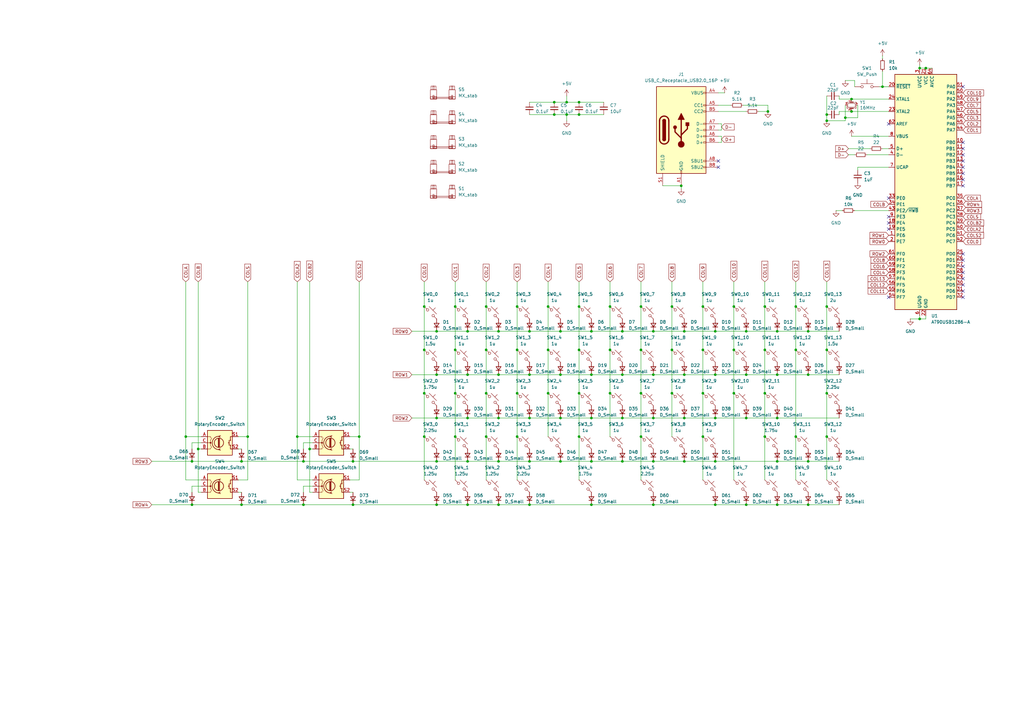
<source format=kicad_sch>
(kicad_sch (version 20231120) (generator "eeschema") (generator_version "8.0")
  (paper "A3")
  (junction (at 262.89 143.51))
  (junction (at 237.49 46.99))
  (junction (at 78.74 189.23))
  (junction (at 255.27 153.67))
  (junction (at 232.41 41.91))
  (junction (at 78.74 207.01))
  (junction (at 204.47 189.23))
  (junction (at 191.77 135.89))
  (junction (at 121.92 179.07))
  (junction (at 339.09 49.53))
  (junction (at 229.87 189.23))
  (junction (at 314.96 45.72))
  (junction (at 339.09 125.73))
  (junction (at 306.07 171.45))
  (junction (at 179.07 135.89))
  (junction (at 318.77 135.89))
  (junction (at 339.09 161.29))
  (junction (at 288.29 179.07))
  (junction (at 217.17 153.67))
  (junction (at 186.69 179.07))
  (junction (at 186.69 125.73))
  (junction (at 186.69 161.29))
  (junction (at 250.19 161.29))
  (junction (at 255.27 135.89))
  (junction (at 237.49 161.29))
  (junction (at 300.99 125.73))
  (junction (at 250.19 125.73))
  (junction (at 262.89 125.73))
  (junction (at 326.39 143.51))
  (junction (at 229.87 135.89))
  (junction (at 217.17 207.01))
  (junction (at 331.47 135.89))
  (junction (at 280.67 153.67))
  (junction (at 255.27 189.23))
  (junction (at 313.69 143.51))
  (junction (at 217.17 189.23))
  (junction (at 331.47 153.67))
  (junction (at 288.29 125.73))
  (junction (at 99.06 189.23))
  (junction (at 179.07 171.45))
  (junction (at 229.87 153.67))
  (junction (at 229.87 171.45))
  (junction (at 237.49 41.91))
  (junction (at 224.79 143.51))
  (junction (at 199.39 143.51))
  (junction (at 179.07 207.01))
  (junction (at 262.89 179.07))
  (junction (at 186.69 143.51))
  (junction (at 288.29 161.29))
  (junction (at 318.77 189.23))
  (junction (at 313.69 161.29))
  (junction (at 318.77 207.01))
  (junction (at 242.57 153.67))
  (junction (at 293.37 207.01))
  (junction (at 191.77 171.45))
  (junction (at 267.97 171.45))
  (junction (at 279.4 76.2))
  (junction (at 179.07 189.23))
  (junction (at 81.28 184.15))
  (junction (at 199.39 161.29))
  (junction (at 242.57 135.89))
  (junction (at 204.47 207.01))
  (junction (at 237.49 179.07))
  (junction (at 255.27 171.45))
  (junction (at 212.09 143.51))
  (junction (at 306.07 153.67))
  (junction (at 306.07 207.01))
  (junction (at 280.67 135.89))
  (junction (at 349.25 45.72))
  (junction (at 242.57 189.23))
  (junction (at 313.69 179.07))
  (junction (at 199.39 179.07))
  (junction (at 173.99 143.51))
  (junction (at 326.39 125.73))
  (junction (at 306.07 135.89))
  (junction (at 242.57 171.45))
  (junction (at 339.09 46.99))
  (junction (at 237.49 143.51))
  (junction (at 199.39 125.73))
  (junction (at 275.59 161.29))
  (junction (at 227.33 46.99))
  (junction (at 267.97 153.67))
  (junction (at 212.09 179.07))
  (junction (at 267.97 207.01))
  (junction (at 288.29 143.51))
  (junction (at 293.37 189.23))
  (junction (at 293.37 135.89))
  (junction (at 275.59 143.51))
  (junction (at 191.77 153.67))
  (junction (at 173.99 179.07))
  (junction (at 144.78 189.23))
  (junction (at 179.07 153.67))
  (junction (at 331.47 207.01))
  (junction (at 227.33 41.91))
  (junction (at 204.47 171.45))
  (junction (at 217.17 135.89))
  (junction (at 293.37 153.67))
  (junction (at 349.25 40.64))
  (junction (at 280.67 189.23))
  (junction (at 237.49 125.73))
  (junction (at 275.59 125.73))
  (junction (at 250.19 143.51))
  (junction (at 124.46 189.23))
  (junction (at 300.99 143.51))
  (junction (at 339.09 179.07))
  (junction (at 232.41 46.99))
  (junction (at 212.09 125.73))
  (junction (at 224.79 161.29))
  (junction (at 377.19 27.94))
  (junction (at 173.99 125.73))
  (junction (at 204.47 153.67))
  (junction (at 280.67 171.45))
  (junction (at 379.73 27.94))
  (junction (at 262.89 161.29))
  (junction (at 267.97 135.89))
  (junction (at 191.77 189.23))
  (junction (at 147.32 179.07))
  (junction (at 318.77 171.45))
  (junction (at 326.39 179.07))
  (junction (at 300.99 161.29))
  (junction (at 191.77 207.01))
  (junction (at 217.17 171.45))
  (junction (at 99.06 207.01))
  (junction (at 318.77 153.67))
  (junction (at 293.37 171.45))
  (junction (at 377.19 130.81))
  (junction (at 361.95 35.56))
  (junction (at 124.46 207.01))
  (junction (at 346.71 48.26))
  (junction (at 339.09 143.51))
  (junction (at 127 184.15))
  (junction (at 242.57 207.01))
  (junction (at 267.97 189.23))
  (junction (at 101.6 179.07))
  (junction (at 212.09 161.29))
  (junction (at 144.78 207.01))
  (junction (at 224.79 125.73))
  (junction (at 331.47 189.23))
  (junction (at 76.2 179.07))
  (junction (at 313.69 125.73))
  (junction (at 204.47 135.89))
  (junction (at 173.99 161.29))
  (no_connect (at 394.97 63.5))
  (no_connect (at 364.49 91.44))
  (no_connect (at 364.49 81.28))
  (no_connect (at 394.97 119.38))
  (no_connect (at 394.97 60.96))
  (no_connect (at 394.97 106.68))
  (no_connect (at 394.97 114.3))
  (no_connect (at 394.97 116.84))
  (no_connect (at 394.97 58.42))
  (no_connect (at 394.97 111.76))
  (no_connect (at 364.49 50.8))
  (no_connect (at 294.64 66.04))
  (no_connect (at 394.97 71.12))
  (no_connect (at 394.97 35.56))
  (no_connect (at 394.97 121.92))
  (no_connect (at 364.49 121.92))
  (no_connect (at 294.64 68.58))
  (no_connect (at 364.49 93.98))
  (no_connect (at 394.97 73.66))
  (no_connect (at 394.97 109.22))
  (no_connect (at 394.97 104.14))
  (no_connect (at 394.97 68.58))
  (no_connect (at 394.97 76.2))
  (no_connect (at 364.49 88.9))
  (no_connect (at 394.97 66.04))
  (wire (pts (xy 326.39 125.73) (xy 326.39 143.51)))
  (wire (pts (xy 262.89 179.07) (xy 262.89 196.85)))
  (wire (pts (xy 295.91 53.34) (xy 294.64 53.34)))
  (wire (pts (xy 121.92 179.07) (xy 121.92 196.85)))
  (wire (pts (xy 339.09 179.07) (xy 339.09 196.85)))
  (wire (pts (xy 168.91 135.89) (xy 179.07 135.89)))
  (wire (pts (xy 351.79 68.58) (xy 364.49 68.58)))
  (wire (pts (xy 242.57 171.45) (xy 255.27 171.45)))
  (wire (pts (xy 76.2 179.07) (xy 76.2 196.85)))
  (wire (pts (xy 147.32 115.57) (xy 147.32 179.07)))
  (wire (pts (xy 350.52 86.36) (xy 364.49 86.36)))
  (wire (pts (xy 186.69 179.07) (xy 186.69 196.85)))
  (wire (pts (xy 232.41 46.99) (xy 237.49 46.99)))
  (wire (pts (xy 295.91 50.8) (xy 295.91 53.34)))
  (wire (pts (xy 300.99 161.29) (xy 300.99 196.85)))
  (wire (pts (xy 224.79 143.51) (xy 224.79 161.29)))
  (wire (pts (xy 250.19 161.29) (xy 250.19 179.07)))
  (wire (pts (xy 344.17 40.64) (xy 349.25 40.64)))
  (wire (pts (xy 224.79 161.29) (xy 224.79 179.07)))
  (wire (pts (xy 227.33 41.91) (xy 232.41 41.91)))
  (wire (pts (xy 199.39 143.51) (xy 199.39 161.29)))
  (wire (pts (xy 204.47 171.45) (xy 217.17 171.45)))
  (wire (pts (xy 306.07 135.89) (xy 318.77 135.89)))
  (wire (pts (xy 346.71 48.26) (xy 346.71 49.53)))
  (wire (pts (xy 217.17 153.67) (xy 229.87 153.67)))
  (wire (pts (xy 199.39 179.07) (xy 199.39 196.85)))
  (wire (pts (xy 82.55 184.15) (xy 81.28 184.15)))
  (wire (pts (xy 318.77 153.67) (xy 331.47 153.67)))
  (wire (pts (xy 191.77 135.89) (xy 204.47 135.89)))
  (wire (pts (xy 355.6 63.5) (xy 364.49 63.5)))
  (wire (pts (xy 349.25 55.88) (xy 364.49 55.88)))
  (wire (pts (xy 379.73 130.81) (xy 379.73 129.54)))
  (wire (pts (xy 144.78 184.15) (xy 143.51 184.15)))
  (wire (pts (xy 267.97 153.67) (xy 280.67 153.67)))
  (wire (pts (xy 350.52 35.56) (xy 350.52 33.02)))
  (wire (pts (xy 179.07 135.89) (xy 191.77 135.89)))
  (wire (pts (xy 173.99 161.29) (xy 173.99 179.07)))
  (wire (pts (xy 350.52 33.02) (xy 346.71 33.02)))
  (wire (pts (xy 237.49 46.99) (xy 247.65 46.99)))
  (wire (pts (xy 313.69 143.51) (xy 313.69 161.29)))
  (wire (pts (xy 275.59 125.73) (xy 275.59 143.51)))
  (wire (pts (xy 217.17 171.45) (xy 229.87 171.45)))
  (wire (pts (xy 361.95 22.86) (xy 361.95 24.13)))
  (wire (pts (xy 147.32 179.07) (xy 147.32 196.85)))
  (wire (pts (xy 168.91 171.45) (xy 179.07 171.45)))
  (wire (pts (xy 99.06 189.23) (xy 124.46 189.23)))
  (wire (pts (xy 250.19 115.57) (xy 250.19 125.73)))
  (wire (pts (xy 237.49 115.57) (xy 237.49 125.73)))
  (wire (pts (xy 294.64 43.18) (xy 299.72 43.18)))
  (wire (pts (xy 379.73 27.94) (xy 382.27 27.94)))
  (wire (pts (xy 344.17 45.72) (xy 344.17 46.99)))
  (wire (pts (xy 293.37 153.67) (xy 306.07 153.67)))
  (wire (pts (xy 295.91 58.42) (xy 294.64 58.42)))
  (wire (pts (xy 294.64 45.72) (xy 306.07 45.72)))
  (wire (pts (xy 232.41 39.37) (xy 232.41 41.91)))
  (wire (pts (xy 217.17 41.91) (xy 227.33 41.91)))
  (wire (pts (xy 339.09 115.57) (xy 339.09 125.73)))
  (wire (pts (xy 62.23 207.01) (xy 78.74 207.01)))
  (wire (pts (xy 199.39 115.57) (xy 199.39 125.73)))
  (wire (pts (xy 288.29 125.73) (xy 288.29 143.51)))
  (wire (pts (xy 293.37 135.89) (xy 306.07 135.89)))
  (wire (pts (xy 331.47 207.01) (xy 344.17 207.01)))
  (wire (pts (xy 361.95 60.96) (xy 364.49 60.96)))
  (wire (pts (xy 306.07 153.67) (xy 318.77 153.67)))
  (wire (pts (xy 204.47 153.67) (xy 217.17 153.67)))
  (wire (pts (xy 294.64 38.1) (xy 297.18 38.1)))
  (wire (pts (xy 313.69 115.57) (xy 313.69 125.73)))
  (wire (pts (xy 168.91 153.67) (xy 179.07 153.67)))
  (wire (pts (xy 339.09 125.73) (xy 339.09 143.51)))
  (wire (pts (xy 224.79 125.73) (xy 224.79 143.51)))
  (wire (pts (xy 204.47 207.01) (xy 217.17 207.01)))
  (wire (pts (xy 267.97 135.89) (xy 280.67 135.89)))
  (wire (pts (xy 229.87 153.67) (xy 242.57 153.67)))
  (wire (pts (xy 267.97 171.45) (xy 280.67 171.45)))
  (wire (pts (xy 224.79 115.57) (xy 224.79 125.73)))
  (wire (pts (xy 186.69 125.73) (xy 186.69 143.51)))
  (wire (pts (xy 242.57 135.89) (xy 255.27 135.89)))
  (wire (pts (xy 271.78 76.2) (xy 279.4 76.2)))
  (wire (pts (xy 242.57 189.23) (xy 255.27 189.23)))
  (wire (pts (xy 262.89 161.29) (xy 262.89 179.07)))
  (wire (pts (xy 237.49 143.51) (xy 237.49 161.29)))
  (wire (pts (xy 377.19 26.67) (xy 377.19 27.94)))
  (wire (pts (xy 293.37 207.01) (xy 306.07 207.01)))
  (wire (pts (xy 82.55 181.61) (xy 78.74 181.61)))
  (wire (pts (xy 173.99 125.73) (xy 173.99 143.51)))
  (wire (pts (xy 339.09 161.29) (xy 339.09 179.07)))
  (wire (pts (xy 349.25 45.72) (xy 364.49 45.72)))
  (wire (pts (xy 313.69 179.07) (xy 313.69 196.85)))
  (wire (pts (xy 237.49 41.91) (xy 247.65 41.91)))
  (wire (pts (xy 349.25 45.72) (xy 344.17 45.72)))
  (wire (pts (xy 279.4 76.2) (xy 279.4 77.47)))
  (wire (pts (xy 186.69 161.29) (xy 186.69 179.07)))
  (wire (pts (xy 250.19 125.73) (xy 250.19 143.51)))
  (wire (pts (xy 121.92 196.85) (xy 128.27 196.85)))
  (wire (pts (xy 262.89 143.51) (xy 262.89 161.29)))
  (wire (pts (xy 306.07 171.45) (xy 318.77 171.45)))
  (wire (pts (xy 255.27 171.45) (xy 267.97 171.45)))
  (wire (pts (xy 124.46 189.23) (xy 144.78 189.23)))
  (wire (pts (xy 191.77 153.67) (xy 204.47 153.67)))
  (wire (pts (xy 339.09 46.99) (xy 339.09 49.53)))
  (wire (pts (xy 377.19 27.94) (xy 379.73 27.94)))
  (wire (pts (xy 97.79 179.07) (xy 101.6 179.07)))
  (wire (pts (xy 280.67 171.45) (xy 293.37 171.45)))
  (wire (pts (xy 339.09 143.51) (xy 339.09 161.29)))
  (wire (pts (xy 347.98 63.5) (xy 350.52 63.5)))
  (wire (pts (xy 199.39 161.29) (xy 199.39 179.07)))
  (wire (pts (xy 288.29 115.57) (xy 288.29 125.73)))
  (wire (pts (xy 346.71 43.18) (xy 346.71 48.26)))
  (wire (pts (xy 237.49 125.73) (xy 237.49 143.51)))
  (wire (pts (xy 275.59 115.57) (xy 275.59 125.73)))
  (wire (pts (xy 121.92 115.57) (xy 121.92 179.07)))
  (wire (pts (xy 173.99 115.57) (xy 173.99 125.73)))
  (wire (pts (xy 81.28 115.57) (xy 81.28 184.15)))
  (wire (pts (xy 280.67 153.67) (xy 293.37 153.67)))
  (wire (pts (xy 179.07 171.45) (xy 191.77 171.45)))
  (wire (pts (xy 124.46 184.15) (xy 124.46 181.61)))
  (wire (pts (xy 124.46 207.01) (xy 144.78 207.01)))
  (wire (pts (xy 179.07 207.01) (xy 191.77 207.01)))
  (wire (pts (xy 300.99 115.57) (xy 300.99 125.73)))
  (wire (pts (xy 318.77 135.89) (xy 331.47 135.89)))
  (wire (pts (xy 76.2 115.57) (xy 76.2 179.07)))
  (wire (pts (xy 314.96 45.72) (xy 314.96 43.18)))
  (wire (pts (xy 314.96 43.18) (xy 304.8 43.18)))
  (wire (pts (xy 97.79 201.93) (xy 99.06 201.93)))
  (wire (pts (xy 351.79 48.26) (xy 346.71 48.26)))
  (wire (pts (xy 331.47 189.23) (xy 344.17 189.23)))
  (wire (pts (xy 326.39 179.07) (xy 326.39 196.85)))
  (wire (pts (xy 81.28 184.15) (xy 81.28 201.93)))
  (wire (pts (xy 78.74 189.23) (xy 99.06 189.23)))
  (wire (pts (xy 124.46 201.93) (xy 124.46 199.39)))
  (wire (pts (xy 318.77 189.23) (xy 331.47 189.23)))
  (wire (pts (xy 82.55 199.39) (xy 78.74 199.39)))
  (wire (pts (xy 217.17 135.89) (xy 229.87 135.89)))
  (wire (pts (xy 280.67 135.89) (xy 293.37 135.89)))
  (wire (pts (xy 339.09 39.37) (xy 339.09 46.99)))
  (wire (pts (xy 147.32 196.85) (xy 143.51 196.85)))
  (wire (pts (xy 82.55 196.85) (xy 76.2 196.85)))
  (wire (pts (xy 344.17 39.37) (xy 344.17 40.64)))
  (wire (pts (xy 191.77 171.45) (xy 204.47 171.45)))
  (wire (pts (xy 237.49 161.29) (xy 237.49 179.07)))
  (wire (pts (xy 217.17 189.23) (xy 229.87 189.23)))
  (wire (pts (xy 293.37 189.23) (xy 318.77 189.23)))
  (wire (pts (xy 361.95 29.21) (xy 361.95 35.56)))
  (wire (pts (xy 204.47 189.23) (xy 217.17 189.23)))
  (wire (pts (xy 144.78 207.01) (xy 179.07 207.01)))
  (wire (pts (xy 255.27 189.23) (xy 267.97 189.23)))
  (wire (pts (xy 199.39 125.73) (xy 199.39 143.51)))
  (wire (pts (xy 78.74 199.39) (xy 78.74 201.93)))
  (wire (pts (xy 186.69 115.57) (xy 186.69 125.73)))
  (wire (pts (xy 191.77 189.23) (xy 204.47 189.23)))
  (wire (pts (xy 179.07 189.23) (xy 191.77 189.23)))
  (wire (pts (xy 179.07 153.67) (xy 191.77 153.67)))
  (wire (pts (xy 127 184.15) (xy 127 201.93)))
  (wire (pts (xy 313.69 125.73) (xy 313.69 143.51)))
  (wire (pts (xy 280.67 189.23) (xy 293.37 189.23)))
  (wire (pts (xy 82.55 179.07) (xy 76.2 179.07)))
  (wire (pts (xy 186.69 143.51) (xy 186.69 161.29)))
  (wire (pts (xy 349.25 40.64) (xy 364.49 40.64)))
  (wire (pts (xy 99.06 207.01) (xy 124.46 207.01)))
  (wire (pts (xy 346.71 49.53) (xy 339.09 49.53)))
  (wire (pts (xy 326.39 143.51) (xy 326.39 179.07)))
  (wire (pts (xy 318.77 207.01) (xy 331.47 207.01)))
  (wire (pts (xy 275.59 161.29) (xy 275.59 179.07)))
  (wire (pts (xy 229.87 171.45) (xy 242.57 171.45)))
  (wire (pts (xy 275.59 143.51) (xy 275.59 161.29)))
  (wire (pts (xy 351.79 43.18) (xy 351.79 48.26)))
  (wire (pts (xy 237.49 179.07) (xy 237.49 196.85)))
  (wire (pts (xy 267.97 189.23) (xy 280.67 189.23)))
  (wire (pts (xy 255.27 153.67) (xy 267.97 153.67)))
  (wire (pts (xy 144.78 201.93) (xy 143.51 201.93)))
  (wire (pts (xy 351.79 68.58) (xy 351.79 69.85)))
  (wire (pts (xy 295.91 55.88) (xy 295.91 58.42)))
  (wire (pts (xy 373.38 130.81) (xy 377.19 130.81)))
  (wire (pts (xy 127 115.57) (xy 127 184.15)))
  (wire (pts (xy 212.09 143.51) (xy 212.09 161.29)))
  (wire (pts (xy 311.15 45.72) (xy 314.96 45.72)))
  (wire (pts (xy 124.46 199.39) (xy 128.27 199.39)))
  (wire (pts (xy 217.17 46.99) (xy 227.33 46.99)))
  (wire (pts (xy 347.98 60.96) (xy 356.87 60.96)))
  (wire (pts (xy 255.27 135.89) (xy 267.97 135.89)))
  (wire (pts (xy 293.37 171.45) (xy 306.07 171.45)))
  (wire (pts (xy 262.89 125.73) (xy 262.89 143.51)))
  (wire (pts (xy 318.77 171.45) (xy 344.17 171.45)))
  (wire (pts (xy 331.47 135.89) (xy 344.17 135.89)))
  (wire (pts (xy 288.29 143.51) (xy 288.29 161.29)))
  (wire (pts (xy 78.74 181.61) (xy 78.74 184.15)))
  (wire (pts (xy 313.69 161.29) (xy 313.69 179.07)))
  (wire (pts (xy 97.79 184.15) (xy 99.06 184.15)))
  (wire (pts (xy 227.33 46.99) (xy 232.41 46.99)))
  (wire (pts (xy 232.41 41.91) (xy 237.49 41.91)))
  (wire (pts (xy 101.6 179.07) (xy 101.6 196.85)))
  (wire (pts (xy 78.74 207.01) (xy 99.06 207.01)))
  (wire (pts (xy 232.41 46.99) (xy 232.41 49.53)))
  (wire (pts (xy 121.92 179.07) (xy 128.27 179.07)))
  (wire (pts (xy 306.07 207.01) (xy 318.77 207.01)))
  (wire (pts (xy 294.64 55.88) (xy 295.91 55.88)))
  (wire (pts (xy 212.09 161.29) (xy 212.09 179.07)))
  (wire (pts (xy 250.19 143.51) (xy 250.19 161.29)))
  (wire (pts (xy 229.87 135.89) (xy 242.57 135.89)))
  (wire (pts (xy 97.79 196.85) (xy 101.6 196.85)))
  (wire (pts (xy 242.57 207.01) (xy 267.97 207.01)))
  (wire (pts (xy 300.99 125.73) (xy 300.99 143.51)))
  (wire (pts (xy 128.27 184.15) (xy 127 184.15)))
  (wire (pts (xy 82.55 201.93) (xy 81.28 201.93)))
  (wire (pts (xy 173.99 143.51) (xy 173.99 161.29)))
  (wire (pts (xy 229.87 189.23) (xy 242.57 189.23)))
  (wire (pts (xy 144.78 189.23) (xy 179.07 189.23)))
  (wire (pts (xy 331.47 153.67) (xy 344.17 153.67)))
  (wire (pts (xy 62.23 189.23) (xy 78.74 189.23)))
  (wire (pts (xy 294.64 50.8) (xy 295.91 50.8)))
  (wire (pts (xy 377.19 129.54) (xy 377.19 130.81)))
  (wire (pts (xy 147.32 179.07) (xy 143.51 179.07)))
  (wire (pts (xy 217.17 207.01) (xy 242.57 207.01)))
  (wire (pts (xy 212.09 115.57) (xy 212.09 125.73)))
  (wire (pts (xy 288.29 179.07) (xy 288.29 196.85)))
  (wire (pts (xy 128.27 201.93) (xy 127 201.93)))
  (wire (pts (xy 361.95 35.56) (xy 364.49 35.56)))
  (wire (pts (xy 377.19 130.81) (xy 379.73 130.81)))
  (wire (pts (xy 173.99 179.07) (xy 173.99 196.85)))
  (wire (pts (xy 212.09 125.73) (xy 212.09 143.51)))
  (wire (pts (xy 342.9 86.36) (xy 345.44 86.36)))
  (wire (pts (xy 360.68 35.56) (xy 361.95 35.56)))
  (wire (pts (xy 191.77 207.01) (xy 204.47 207.01)))
  (wire (pts (xy 267.97 207.01) (xy 293.37 207.01)))
  (wire (pts (xy 300.99 143.51) (xy 300.99 161.29)))
  (wire (pts (xy 101.6 115.57) (xy 101.6 179.07)))
  (wire (pts (xy 204.47 135.89) (xy 217.17 135.89)))
  (wire (pts (xy 326.39 115.57) (xy 326.39 125.73)))
  (wire (pts (xy 262.89 115.57) (xy 262.89 125.73)))
  (wire (pts (xy 212.09 179.07) (xy 212.09 196.85)))
  (wire (pts (xy 288.29 161.29) (xy 288.29 179.07)))
  (wire (pts (xy 124.46 181.61) (xy 128.27 181.61)))
  (wire (pts (xy 242.57 153.67) (xy 255.27 153.67)))
  (global_label "COLS2" (shape input) (at 394.97 96.52 0) (property "Intersheetrefs" "${INTERSHEET_REFS}" (effects (hide yes))))
  (global_label "ROW1" (shape input) (at 364.49 96.52 180) (property "Intersheetrefs" "${INTERSHEET_REFS}" (effects (hide yes))))
  (global_label "COL11" (shape input) (at 313.69 115.57 90) (property "Intersheetrefs" "${INTERSHEET_REFS}" (effects (hide yes))))
  (global_label "ROW1" (shape input) (at 168.91 153.67 180) (property "Intersheetrefs" "${INTERSHEET_REFS}" (effects (hide yes))))
  (global_label "D-" (shape input) (at 295.91 52.07 0) (property "Intersheetrefs" "${INTERSHEET_REFS}" (effects (hide yes))))
  (global_label "COL13" (shape input) (at 364.49 114.3 180) (property "Intersheetrefs" "${INTERSHEET_REFS}" (effects (hide yes))))
  (global_label "COL12" (shape input) (at 326.39 115.57 90) (property "Intersheetrefs" "${INTERSHEET_REFS}" (effects (hide yes))))
  (global_label "COL11" (shape input) (at 364.49 119.38 180) (property "Intersheetrefs" "${INTERSHEET_REFS}" (effects (hide yes))))
  (global_label "ROW4" (shape input) (at 62.23 207.01 180) (property "Intersheetrefs" "${INTERSHEET_REFS}" (effects (hide yes))))
  (global_label "COLS2" (shape input) (at 147.32 115.57 90) (property "Intersheetrefs" "${INTERSHEET_REFS}" (effects (hide yes))))
  (global_label "COL9" (shape input) (at 394.97 40.64 0) (property "Intersheetrefs" "${INTERSHEET_REFS}" (effects (hide yes))))
  (global_label "COL9" (shape input) (at 288.29 115.57 90) (property "Intersheetrefs" "${INTERSHEET_REFS}" (effects (hide yes))))
  (global_label "COLA2" (shape input) (at 121.92 115.57 90) (property "Intersheetrefs" "${INTERSHEET_REFS}" (effects (hide yes))))
  (global_label "COLS" (shape input) (at 394.97 88.9 0) (property "Intersheetrefs" "${INTERSHEET_REFS}" (effects (hide yes))))
  (global_label "COLS" (shape input) (at 101.6 115.57 90) (property "Intersheetrefs" "${INTERSHEET_REFS}" (effects (hide yes))))
  (global_label "COLB2" (shape input) (at 127 115.57 90) (property "Intersheetrefs" "${INTERSHEET_REFS}" (effects (hide yes))))
  (global_label "COL4" (shape input) (at 364.49 111.76 180) (property "Intersheetrefs" "${INTERSHEET_REFS}" (effects (hide yes))))
  (global_label "COLB" (shape input) (at 81.28 115.57 90) (property "Intersheetrefs" "${INTERSHEET_REFS}" (effects (hide yes))))
  (global_label "COL8" (shape input) (at 275.59 115.57 90) (property "Intersheetrefs" "${INTERSHEET_REFS}" (effects (hide yes))))
  (global_label "COL6" (shape input) (at 364.49 109.22 180) (property "Intersheetrefs" "${INTERSHEET_REFS}" (effects (hide yes))))
  (global_label "COL1" (shape input) (at 394.97 53.34 0) (property "Intersheetrefs" "${INTERSHEET_REFS}" (effects (hide yes))))
  (global_label "COL3" (shape input) (at 394.97 48.26 0) (property "Intersheetrefs" "${INTERSHEET_REFS}" (effects (hide yes))))
  (global_label "ROW4" (shape input) (at 394.97 83.82 0) (property "Intersheetrefs" "${INTERSHEET_REFS}" (effects (hide yes))))
  (global_label "COL7" (shape input) (at 262.89 115.57 90) (property "Intersheetrefs" "${INTERSHEET_REFS}" (effects (hide yes))))
  (global_label "COL5" (shape input) (at 394.97 45.72 0) (property "Intersheetrefs" "${INTERSHEET_REFS}" (effects (hide yes))))
  (global_label "COL2" (shape input) (at 199.39 115.57 90) (property "Intersheetrefs" "${INTERSHEET_REFS}" (effects (hide yes))))
  (global_label "COL8" (shape input) (at 364.49 106.68 180) (property "Intersheetrefs" "${INTERSHEET_REFS}" (effects (hide yes))))
  (global_label "ROW3" (shape input) (at 62.23 189.23 180) (property "Intersheetrefs" "${INTERSHEET_REFS}" (effects (hide yes))))
  (global_label "ROW2" (shape input) (at 168.91 171.45 180) (property "Intersheetrefs" "${INTERSHEET_REFS}" (effects (hide yes))))
  (global_label "COL12" (shape input) (at 364.49 116.84 180) (property "Intersheetrefs" "${INTERSHEET_REFS}" (effects (hide yes))))
  (global_label "COLA2" (shape input) (at 394.97 93.98 0) (property "Intersheetrefs" "${INTERSHEET_REFS}" (effects (hide yes))))
  (global_label "COL0" (shape input) (at 394.97 99.06 0) (property "Intersheetrefs" "${INTERSHEET_REFS}" (effects (hide yes))))
  (global_label "COL0" (shape input) (at 173.99 115.57 90) (property "Intersheetrefs" "${INTERSHEET_REFS}" (effects (hide yes))))
  (global_label "COL1" (shape input) (at 186.69 115.57 90) (property "Intersheetrefs" "${INTERSHEET_REFS}" (effects (hide yes))))
  (global_label "COL7" (shape input) (at 394.97 43.18 0) (property "Intersheetrefs" "${INTERSHEET_REFS}" (effects (hide yes))))
  (global_label "COL3" (shape input) (at 212.09 115.57 90) (property "Intersheetrefs" "${INTERSHEET_REFS}" (effects (hide yes))))
  (global_label "ROW3" (shape input) (at 394.97 86.36 0) (property "Intersheetrefs" "${INTERSHEET_REFS}" (effects (hide yes))))
  (global_label "COLB" (shape input) (at 364.49 83.82 180) (property "Intersheetrefs" "${INTERSHEET_REFS}" (effects (hide yes))))
  (global_label "COL5" (shape input) (at 237.49 115.57 90) (property "Intersheetrefs" "${INTERSHEET_REFS}" (effects (hide yes))))
  (global_label "COLB2" (shape input) (at 394.97 91.44 0) (property "Intersheetrefs" "${INTERSHEET_REFS}" (effects (hide yes))))
  (global_label "COL2" (shape input) (at 394.97 50.8 0) (property "Intersheetrefs" "${INTERSHEET_REFS}" (effects (hide yes))))
  (global_label "COLA" (shape input) (at 394.97 81.28 0) (property "Intersheetrefs" "${INTERSHEET_REFS}" (effects (hide yes))))
  (global_label "COLA" (shape input) (at 76.2 115.57 90) (property "Intersheetrefs" "${INTERSHEET_REFS}" (effects (hide yes))))
  (global_label "ROW2" (shape input) (at 364.49 104.14 180) (property "Intersheetrefs" "${INTERSHEET_REFS}" (effects (hide yes))))
  (global_label "D+" (shape input) (at 295.91 57.15 0) (property "Intersheetrefs" "${INTERSHEET_REFS}" (effects (hide yes))))
  (global_label "COL10" (shape input) (at 394.97 38.1 0) (property "Intersheetrefs" "${INTERSHEET_REFS}" (effects (hide yes))))
  (global_label "COL4" (shape input) (at 224.79 115.57 90) (property "Intersheetrefs" "${INTERSHEET_REFS}" (effects (hide yes))))
  (global_label "ROW0" (shape input) (at 168.91 135.89 180) (property "Intersheetrefs" "${INTERSHEET_REFS}" (effects (hide yes))))
  (global_label "D-" (shape input) (at 347.98 63.5 180) (property "Intersheetrefs" "${INTERSHEET_REFS}" (effects (hide yes))))
  (global_label "COL13" (shape input) (at 339.09 115.57 90) (property "Intersheetrefs" "${INTERSHEET_REFS}" (effects (hide yes))))
  (global_label "D+" (shape input) (at 347.98 60.96 180) (property "Intersheetrefs" "${INTERSHEET_REFS}" (effects (hide yes))))
  (global_label "COL6" (shape input) (at 250.19 115.57 90) (property "Intersheetrefs" "${INTERSHEET_REFS}" (effects (hide yes))))
  (global_label "COL10" (shape input) (at 300.99 115.57 90) (property "Intersheetrefs" "${INTERSHEET_REFS}" (effects (hide yes))))
  (global_label "ROW0" (shape input) (at 364.49 99.06 180) (property "Intersheetrefs" "${INTERSHEET_REFS}" (effects (hide yes))))
  (symbol (lib_id "PCM_marbastlib-mx:MX_SW_solder") (at 278.13 146.05 0) (unit 1)
    (property "Reference" "SW1_8" (at 278.13 138.43 0))
    (property "Value" "1u" (at 278.13 140.97 0))
    (property "Footprint" "PCM_marbastlib-mx:SW_MX_1u" (effects (hide yes)))
    (property "Description" "Push button switch, normally open, two pins, 45° tilted" (effects (hide yes)))
  )
  (symbol (lib_id "Device:C_Small") (at 341.63 39.37 90) (unit 1)
    (property "Reference" "C1" (at 341.63 34.798 90))
    (property "Value" "22pF" (at 341.63 36.83 90))
    (property "Footprint" "Resistor_SMD:R_0805_2012Metric" (effects (hide yes)))
    (property "Description" "Unpolarized capacitor, small symbol" (effects (hide yes)))
  )
  (symbol (lib_id "Device:D_Small") (at 99.06 204.47 90) (unit 1)
    (property "Reference" "D71" (at 101.6 203.1999 90) (effects (justify right)))
    (property "Value" "D_Small" (at 101.6 205.7399 90) (effects (justify right)))
    (property "Footprint" "Diode_SMD:D_SOD-123" (effects (hide yes)))
    (property "Description" "Diode, small symbol" (effects (hide yes)))
    (property "Sim.Device" "D" (effects (hide yes)))
    (property "Sim.Pins" "1=K 2=A" (effects (hide yes)))
  )
  (symbol (lib_id "PCM_marbastlib-mx:MX_SW_solder") (at 278.13 128.27 0) (unit 1)
    (property "Reference" "SW0_8" (at 278.13 120.65 0))
    (property "Value" "1u" (at 278.13 123.19 0))
    (property "Footprint" "PCM_marbastlib-mx:SW_MX_1u" (effects (hide yes)))
    (property "Description" "Push button switch, normally open, two pins, 45° tilted" (effects (hide yes)))
  )
  (symbol (lib_id "Device:D_Small") (at 267.97 168.91 90) (unit 1)
    (property "Reference" "D36" (at 270.51 167.6399 90) (effects (justify right)))
    (property "Value" "D_Small" (at 270.51 170.1799 90) (effects (justify right)))
    (property "Footprint" "Diode_SMD:D_SOD-123" (effects (hide yes)))
    (property "Description" "Diode, small symbol" (effects (hide yes)))
    (property "Sim.Device" "D" (effects (hide yes)))
    (property "Sim.Pins" "1=K 2=A" (effects (hide yes)))
  )
  (symbol (lib_id "Device:D_Small") (at 344.17 186.69 90) (unit 1)
    (property "Reference" "D54" (at 346.71 185.4199 90) (effects (justify right)))
    (property "Value" "D_Small" (at 346.71 187.9599 90) (effects (justify right)))
    (property "Footprint" "Diode_SMD:D_SOD-123" (effects (hide yes)))
    (property "Description" "Diode, small symbol" (effects (hide yes)))
    (property "Sim.Device" "D" (effects (hide yes)))
    (property "Sim.Pins" "1=K 2=A" (effects (hide yes)))
  )
  (symbol (lib_id "Device:D_Small") (at 331.47 151.13 90) (unit 1)
    (property "Reference" "D26" (at 334.01 149.8599 90) (effects (justify right)))
    (property "Value" "D_Small" (at 334.01 152.3999 90) (effects (justify right)))
    (property "Footprint" "Diode_SMD:D_SOD-123" (effects (hide yes)))
    (property "Description" "Diode, small symbol" (effects (hide yes)))
    (property "Sim.Device" "D" (effects (hide yes)))
    (property "Sim.Pins" "1=K 2=A" (effects (hide yes)))
  )
  (symbol (lib_id "Device:D_Small") (at 204.47 151.13 90) (unit 1)
    (property "Reference" "D16" (at 207.01 149.8599 90) (effects (justify right)))
    (property "Value" "D_Small" (at 207.01 152.3999 90) (effects (justify right)))
    (property "Footprint" "Diode_SMD:D_SOD-123" (effects (hide yes)))
    (property "Description" "Diode, small symbol" (effects (hide yes)))
    (property "Sim.Device" "D" (effects (hide yes)))
    (property "Sim.Pins" "1=K 2=A" (effects (hide yes)))
  )
  (symbol (lib_id "Device:D_Small") (at 344.17 204.47 90) (unit 1)
    (property "Reference" "D65" (at 346.71 203.1999 90) (effects (justify right)))
    (property "Value" "D_Small" (at 346.71 205.7399 90) (effects (justify right)))
    (property "Footprint" "Diode_SMD:D_SOD-123" (effects (hide yes)))
    (property "Description" "Diode, small symbol" (effects (hide yes)))
    (property "Sim.Device" "D" (effects (hide yes)))
    (property "Sim.Pins" "1=K 2=A" (effects (hide yes)))
  )
  (symbol (lib_id "PCM_marbastlib-mx:MX_SW_solder") (at 214.63 199.39 0) (unit 1)
    (property "Reference" "SW4_3" (at 214.63 191.77 0))
    (property "Value" "2.25u" (at 214.63 194.31 0))
    (property "Footprint" "PCM_marbastlib-mx:SW_MX_1u" (effects (hide yes)))
    (property "Description" "Push button switch, normally open, two pins, 45° tilted" (effects (hide yes)))
  )
  (symbol (lib_id "Device:D_Small") (at 255.27 186.69 90) (unit 1)
    (property "Reference" "D48" (at 257.81 185.4199 90) (effects (justify right)))
    (property "Value" "D_Small" (at 257.81 187.9599 90) (effects (justify right)))
    (property "Footprint" "Diode_SMD:D_SOD-123" (effects (hide yes)))
    (property "Description" "Diode, small symbol" (effects (hide yes)))
    (property "Sim.Device" "D" (effects (hide yes)))
    (property "Sim.Pins" "1=K 2=A" (effects (hide yes)))
  )
  (symbol (lib_id "PCM_marbastlib-mx:MX_stab") (at 181.61 38.1 0) (unit 1)
    (property "Reference" "S5" (at 187.96 36.7029 0) (effects (justify left)))
    (property "Value" "MX_stab" (at 187.96 39.2429 0) (effects (justify left)))
    (property "Footprint" "PCM_marbastlib-mx:STAB_MX_2u" (effects (hide yes)))
    (property "Description" "Cherry MX-style stabilizer" (effects (hide yes)))
  )
  (symbol (lib_id "PCM_marbastlib-mx:MX_SW_solder") (at 201.93 146.05 0) (unit 1)
    (property "Reference" "SW1_2" (at 201.93 138.43 0))
    (property "Value" "1u" (at 201.93 140.97 0))
    (property "Footprint" "PCM_marbastlib-mx:SW_MX_1u" (effects (hide yes)))
    (property "Description" "Push button switch, normally open, two pins, 45° tilted" (effects (hide yes)))
  )
  (symbol (lib_id "power:GND") (at 232.41 49.53 0) (unit 1)
    (property "Reference" "#PWR010" (effects (hide yes)))
    (property "Value" "GND" (at 232.41 54.61 0))
    (property "Description" "Power symbol creates a global label with name \"GND\" , ground" (effects (hide yes)))
  )
  (symbol (lib_id "power:GND") (at 346.71 33.02 0) (unit 1)
    (property "Reference" "#PWR02" (effects (hide yes)))
    (property "Value" "GND" (at 346.71 38.1 0))
    (property "Description" "Power symbol creates a global label with name \"GND\" , ground" (effects (hide yes)))
  )
  (symbol (lib_id "Connector:USB_C_Receptacle_USB2.0_16P") (at 279.4 53.34 0) (unit 1)
    (property "Reference" "J1" (at 279.4 30.48 0))
    (property "Value" "USB_C_Receptacle_USB2.0_16P" (at 279.4 33.02 0))
    (property "Footprint" "Connector_USB:USB_C_Receptacle_HRO_TYPE-C-31-M-12" (effects (hide yes)))
    (property "Datasheet" "https://www.usb.org/sites/default/files/documents/usb_type-c.zip" (effects (hide yes)))
    (property "Description" "USB 2.0-only 16P Type-C Receptacle connector" (effects (hide yes)))
  )
  (symbol (lib_id "PCM_marbastlib-mx:MX_SW_solder") (at 290.83 146.05 0) (unit 1)
    (property "Reference" "SW1_9" (at 290.83 138.43 0))
    (property "Value" "1u" (at 290.83 140.97 0))
    (property "Footprint" "PCM_marbastlib-mx:SW_MX_1u" (effects (hide yes)))
    (property "Description" "Push button switch, normally open, two pins, 45° tilted" (effects (hide yes)))
  )
  (symbol (lib_id "Device:D_Small") (at 204.47 186.69 90) (unit 1)
    (property "Reference" "D44" (at 207.01 185.4199 90) (effects (justify right)))
    (property "Value" "D_Small" (at 207.01 187.9599 90) (effects (justify right)))
    (property "Footprint" "Diode_SMD:D_SOD-123" (effects (hide yes)))
    (property "Description" "Diode, small symbol" (effects (hide yes)))
    (property "Sim.Device" "D" (effects (hide yes)))
    (property "Sim.Pins" "1=K 2=A" (effects (hide yes)))
  )
  (symbol (lib_id "PCM_marbastlib-mx:MX_SW_solder") (at 303.53 163.83 0) (unit 1)
    (property "Reference" "SW2_10" (at 303.53 156.21 0))
    (property "Value" "1u" (at 303.53 158.75 0))
    (property "Footprint" "PCM_marbastlib-mx:SW_MX_1u" (effects (hide yes)))
    (property "Description" "Push button switch, normally open, two pins, 45° tilted" (effects (hide yes)))
  )
  (symbol (lib_id "Device:D_Small") (at 124.46 186.69 90) (unit 1)
    (property "Reference" "D68" (at 119.126 185.166 90) (effects (justify right)))
    (property "Value" "D_Small" (at 115.062 187.706 90) (effects (justify right)))
    (property "Footprint" "Diode_SMD:D_SOD-123" (effects (hide yes)))
    (property "Description" "Diode, small symbol" (effects (hide yes)))
    (property "Sim.Device" "D" (effects (hide yes)))
    (property "Sim.Pins" "1=K 2=A" (effects (hide yes)))
  )
  (symbol (lib_id "Device:R_Small") (at 361.95 26.67 0) (unit 1)
    (property "Reference" "R1" (at 364.49 25.3999 0) (effects (justify left)))
    (property "Value" "10k" (at 364.49 27.9399 0) (effects (justify left)))
    (property "Footprint" "Resistor_SMD:R_0805_2012Metric" (effects (hide yes)))
    (property "Description" "Resistor, small symbol" (effects (hide yes)))
  )
  (symbol (lib_id "PCM_marbastlib-mx:MX_SW_solder") (at 316.23 163.83 0) (unit 1)
    (property "Reference" "SW2_11" (at 316.23 156.21 0))
    (property "Value" "1u" (at 316.23 158.75 0))
    (property "Footprint" "PCM_marbastlib-mx:SW_MX_1u" (effects (hide yes)))
    (property "Description" "Push button switch, normally open, two pins, 45° tilted" (effects (hide yes)))
  )
  (symbol (lib_id "PCM_marbastlib-mx:MX_SW_solder") (at 252.73 181.61 0) (unit 1)
    (property "Reference" "SW3_6" (at 252.73 173.99 0))
    (property "Value" "1u" (at 252.73 176.53 0))
    (property "Footprint" "PCM_marbastlib-mx:SW_MX_1u" (effects (hide yes)))
    (property "Description" "Push button switch, normally open, two pins, 45° tilted" (effects (hide yes)))
  )
  (symbol (lib_id "Device:D_Small") (at 78.74 204.47 90) (unit 1)
    (property "Reference" "D70" (at 73.406 202.946 90) (effects (justify right)))
    (property "Value" "D_Small" (at 69.342 205.486 90) (effects (justify right)))
    (property "Footprint" "Diode_SMD:D_SOD-123" (effects (hide yes)))
    (property "Description" "Diode, small symbol" (effects (hide yes)))
    (property "Sim.Device" "D" (effects (hide yes)))
    (property "Sim.Pins" "1=K 2=A" (effects (hide yes)))
  )
  (symbol (lib_id "Device:D_Small") (at 217.17 151.13 90) (unit 1)
    (property "Reference" "D17" (at 219.71 149.8599 90) (effects (justify right)))
    (property "Value" "D_Small" (at 219.71 152.3999 90) (effects (justify right)))
    (property "Footprint" "Diode_SMD:D_SOD-123" (effects (hide yes)))
    (property "Description" "Diode, small symbol" (effects (hide yes)))
    (property "Sim.Device" "D" (effects (hide yes)))
    (property "Sim.Pins" "1=K 2=A" (effects (hide yes)))
  )
  (symbol (lib_id "Device:D_Small") (at 229.87 186.69 90) (unit 1)
    (property "Reference" "D46" (at 232.41 185.4199 90) (effects (justify right)))
    (property "Value" "D_Small" (at 232.41 187.9599 90) (effects (justify right)))
    (property "Footprint" "Diode_SMD:D_SOD-123" (effects (hide yes)))
    (property "Description" "Diode, small symbol" (effects (hide yes)))
    (property "Sim.Device" "D" (effects (hide yes)))
    (property "Sim.Pins" "1=K 2=A" (effects (hide yes)))
  )
  (symbol (lib_id "PCM_marbastlib-mx:MX_SW_solder") (at 240.03 199.39 0) (unit 1)
    (property "Reference" "SW4_4" (at 240.03 191.77 0))
    (property "Value" "1.75u" (at 240.03 194.31 0))
    (property "Footprint" "PCM_marbastlib-mx:SW_MX_1.75u" (effects (hide yes)))
    (property "Description" "Push button switch, normally open, two pins, 45° tilted" (effects (hide yes)))
  )
  (symbol (lib_id "PCM_marbastlib-mx:MX_SW_solder") (at 176.53 181.61 0) (unit 1)
    (property "Reference" "SW3_0" (at 176.53 173.99 0))
    (property "Value" "2.25u" (at 176.53 176.53 0))
    (property "Footprint" "PCM_marbastlib-mx:SW_MX_1u" (effects (hide yes)))
    (property "Description" "Push button switch, normally open, two pins, 45° tilted" (effects (hide yes)))
  )
  (symbol (lib_id "PCM_marbastlib-mx:MX_SW_solder") (at 189.23 199.39 0) (unit 1)
    (property "Reference" "SW4_1" (at 189.23 191.77 0))
    (property "Value" "1.25u" (at 189.23 194.31 0))
    (property "Footprint" "PCM_marbastlib-mx:SW_MX_1.25u" (effects (hide yes)))
    (property "Description" "Push button switch, normally open, two pins, 45° tilted" (effects (hide yes)))
  )
  (symbol (lib_id "PCM_marbastlib-mx:MX_stab") (at 181.61 48.26 0) (unit 1)
    (property "Reference" "S4" (at 187.96 46.8629 0) (effects (justify left)))
    (property "Value" "MX_stab" (at 187.96 49.4029 0) (effects (justify left)))
    (property "Footprint" "PCM_marbastlib-mx:STAB_MX_2.25u" (effects (hide yes)))
    (property "Description" "Cherry MX-style stabilizer" (effects (hide yes)))
  )
  (symbol (lib_id "Device:D_Small") (at 242.57 133.35 90) (unit 1)
    (property "Reference" "D6" (at 245.11 132.0799 90) (effects (justify right)))
    (property "Value" "D_Small" (at 245.11 134.6199 90) (effects (justify right)))
    (property "Footprint" "Diode_SMD:D_SOD-123" (effects (hide yes)))
    (property "Description" "Diode, small symbol" (effects (hide yes)))
    (property "Sim.Device" "D" (effects (hide yes)))
    (property "Sim.Pins" "1=K 2=A" (effects (hide yes)))
  )
  (symbol (lib_id "Device:R_Small") (at 359.41 60.96 90) (unit 1)
    (property "Reference" "R4" (at 359.41 55.88 90))
    (property "Value" "22" (at 359.41 58.42 90))
    (property "Footprint" "Resistor_SMD:R_0805_2012Metric" (effects (hide yes)))
    (property "Description" "Resistor, small symbol" (effects (hide yes)))
  )
  (symbol (lib_id "PCM_marbastlib-mx:MX_SW_solder") (at 303.53 128.27 0) (unit 1)
    (property "Reference" "SW0_10" (at 303.53 120.65 0))
    (property "Value" "1u" (at 303.53 123.19 0))
    (property "Footprint" "PCM_marbastlib-mx:SW_MX_1u" (effects (hide yes)))
    (property "Description" "Push button switch, normally open, two pins, 45° tilted" (effects (hide yes)))
  )
  (symbol (lib_id "PCM_marbastlib-mx:MX_SW_solder") (at 189.23 181.61 0) (unit 1)
    (property "Reference" "SW3_1" (at 189.23 173.99 0))
    (property "Value" "1u" (at 189.23 176.53 0))
    (property "Footprint" "PCM_marbastlib-mx:SW_MX_1u" (effects (hide yes)))
    (property "Description" "Push button switch, normally open, two pins, 45° tilted" (effects (hide yes)))
  )
  (symbol (lib_id "PCM_marbastlib-mx:MX_SW_solder") (at 201.93 128.27 0) (unit 1)
    (property "Reference" "SW0_2" (at 201.93 120.65 0))
    (property "Value" "1u" (at 201.93 123.19 0))
    (property "Footprint" "PCM_marbastlib-mx:SW_MX_1u" (effects (hide yes)))
    (property "Description" "Push button switch, normally open, two pins, 45° tilted" (effects (hide yes)))
  )
  (symbol (lib_id "Device:R_Small") (at 353.06 63.5 90) (unit 1)
    (property "Reference" "R5" (at 353.06 58.42 90))
    (property "Value" "22" (at 353.06 60.96 90))
    (property "Footprint" "Resistor_SMD:R_0805_2012Metric" (effects (hide yes)))
    (property "Description" "Resistor, small symbol" (effects (hide yes)))
  )
  (symbol (lib_id "PCM_marbastlib-mx:MX_SW_solder") (at 316.23 199.39 0) (unit 1)
    (property "Reference" "SW4_8" (at 316.23 191.77 0))
    (property "Value" "1u" (at 316.23 194.31 0))
    (property "Footprint" "PCM_marbastlib-mx:SW_MX_1u" (effects (hide yes)))
    (property "Description" "Push button switch, normally open, two pins, 45° tilted" (effects (hide yes)))
  )
  (symbol (lib_id "power:+5V") (at 297.18 38.1 0) (unit 1)
    (property "Reference" "#PWR017" (effects (hide yes)))
    (property "Value" "+5V" (at 297.18 33.02 0))
    (property "Description" "Power symbol creates a global label with name \"+5V\"" (effects (hide yes)))
  )
  (symbol (lib_id "Device:D_Small") (at 293.37 186.69 90) (unit 1)
    (property "Reference" "D51" (at 295.91 185.4199 90) (effects (justify right)))
    (property "Value" "D_Small" (at 295.91 187.9599 90) (effects (justify right)))
    (property "Footprint" "Diode_SMD:D_SOD-123" (effects (hide yes)))
    (property "Description" "Diode, small symbol" (effects (hide yes)))
    (property "Sim.Device" "D" (effects (hide yes)))
    (property "Sim.Pins" "1=K 2=A" (effects (hide yes)))
  )
  (symbol (lib_id "Device:R_Small") (at 302.26 43.18 90) (unit 1)
    (property "Reference" "R2" (at 302.26 38.1 90))
    (property "Value" "5.1k" (at 302.26 40.64 90))
    (property "Footprint" "Resistor_SMD:R_0805_2012Metric" (effects (hide yes)))
    (property "Description" "Resistor, small symbol" (effects (hide yes)))
  )
  (symbol (lib_id "PCM_marbastlib-mx:MX_SW_solder") (at 176.53 128.27 0) (unit 1)
    (property "Reference" "SW0_0" (at 176.53 120.65 0))
    (property "Value" "1u" (at 176.53 123.19 0))
    (property "Footprint" "PCM_marbastlib-mx:SW_MX_1u" (effects (hide yes)))
    (property "Description" "Push button switch, normally open, two pins, 45° tilted" (effects (hide yes)))
  )
  (symbol (lib_id "Device:Crystal_GND24_Small") (at 349.25 43.18 270) (unit 1)
    (property "Reference" "Y1" (at 353.822 41.91 90))
    (property "Value" "16MHz" (at 355.854 44.196 90))
    (property "Footprint" "Crystal:Crystal_SMD_3225-4Pin_3.2x2.5mm" (effects (hide yes)))
    (property "Description" "Four pin crystal, GND on pins 2 and 4, small symbol" (effects (hide yes)))
  )
  (symbol (lib_id "PCM_marbastlib-mx:MX_SW_solder") (at 214.63 181.61 0) (unit 1)
    (property "Reference" "SW3_3" (at 214.63 173.99 0))
    (property "Value" "1u" (at 214.63 176.53 0))
    (property "Footprint" "PCM_marbastlib-mx:SW_MX_1u" (effects (hide yes)))
    (property "Description" "Push button switch, normally open, two pins, 45° tilted" (effects (hide yes)))
  )
  (symbol (lib_id "Device:D_Small") (at 204.47 133.35 90) (unit 1)
    (property "Reference" "D3" (at 207.01 132.0799 90) (effects (justify right)))
    (property "Value" "D_Small" (at 207.01 134.6199 90) (effects (justify right)))
    (property "Footprint" "Diode_SMD:D_SOD-123" (effects (hide yes)))
    (property "Description" "Diode, small symbol" (effects (hide yes)))
    (property "Sim.Device" "D" (effects (hide yes)))
    (property "Sim.Pins" "1=K 2=A" (effects (hide yes)))
  )
  (symbol (lib_id "Device:D_Small") (at 306.07 168.91 90) (unit 1)
    (property "Reference" "D39" (at 308.61 167.6399 90) (effects (justify right)))
    (property "Value" "D_Small" (at 308.61 170.1799 90) (effects (justify right)))
    (property "Footprint" "Diode_SMD:D_SOD-123" (effects (hide yes)))
    (property "Description" "Diode, small symbol" (effects (hide yes)))
    (property "Sim.Device" "D" (effects (hide yes)))
    (property "Sim.Pins" "1=K 2=A" (effects (hide yes)))
  )
  (symbol (lib_id "Device:D_Small") (at 318.77 151.13 90) (unit 1)
    (property "Reference" "D25" (at 321.31 149.8599 90) (effects (justify right)))
    (property "Value" "D_Small" (at 321.31 152.3999 90) (effects (justify right)))
    (property "Footprint" "Diode_SMD:D_SOD-123" (effects (hide yes)))
    (property "Description" "Diode, small symbol" (effects (hide yes)))
    (property "Sim.Device" "D" (effects (hide yes)))
    (property "Sim.Pins" "1=K 2=A" (effects (hide yes)))
  )
  (symbol (lib_id "Device:D_Small") (at 318.77 204.47 90) (unit 1)
    (property "Reference" "D63" (at 321.31 203.1999 90) (effects (justify right)))
    (property "Value" "D_Small" (at 321.31 205.7399 90) (effects (justify right)))
    (property "Footprint" "Diode_SMD:D_SOD-123" (effects (hide yes)))
    (property "Description" "Diode, small symbol" (effects (hide yes)))
    (property "Sim.Device" "D" (effects (hide yes)))
    (property "Sim.Pins" "1=K 2=A" (effects (hide yes)))
  )
  (symbol (lib_id "PCM_marbastlib-mx:MX_SW_solder") (at 201.93 163.83 0) (unit 1)
    (property "Reference" "SW2_2" (at 201.93 156.21 0))
    (property "Value" "1u" (at 201.93 158.75 0))
    (property "Footprint" "PCM_marbastlib-mx:SW_MX_1u" (effects (hide yes)))
    (property "Description" "Push button switch, normally open, two pins, 45° tilted" (effects (hide yes)))
  )
  (symbol (lib_id "PCM_marbastlib-mx:MX_SW_solder") (at 189.23 128.27 0) (unit 1)
    (property "Reference" "SW0_1" (at 189.23 120.65 0))
    (property "Value" "1u" (at 189.23 123.19 0))
    (property "Footprint" "PCM_marbastlib-mx:SW_MX_1u" (effects (hide yes)))
    (property "Description" "Push button switch, normally open, two pins, 45° tilted" (effects (hide yes)))
  )
  (symbol (lib_id "PCM_marbastlib-mx:MX_stab") (at 181.61 78.74 0) (unit 1)
    (property "Reference" "S1" (at 187.96 77.3429 0) (effects (justify left)))
    (property "Value" "MX_stab" (at 187.96 79.8829 0) (effects (justify left)))
    (property "Footprint" "PCM_marbastlib-mx:STAB_MX_2.25u" (effects (hide yes)))
    (property "Description" "Cherry MX-style stabilizer" (effects (hide yes)))
  )
  (symbol (lib_id "Device:D_Small") (at 179.07 168.91 90) (unit 1)
    (property "Reference" "D29" (at 181.61 167.6399 90) (effects (justify right)))
    (property "Value" "D_Small" (at 181.61 170.1799 90) (effects (justify right)))
    (property "Footprint" "Diode_SMD:D_SOD-123" (effects (hide yes)))
    (property "Description" "Diode, small symbol" (effects (hide yes)))
    (property "Sim.Device" "D" (effects (hide yes)))
    (property "Sim.Pins" "1=K 2=A" (effects (hide yes)))
  )
  (symbol (lib_id "PCM_marbastlib-mx:MX_SW_solder") (at 265.43 128.27 0) (unit 1)
    (property "Reference" "SW0_7" (at 265.43 120.65 0))
    (property "Value" "1u" (at 265.43 123.19 0))
    (property "Footprint" "PCM_marbastlib-mx:SW_MX_1u" (effects (hide yes)))
    (property "Description" "Push button switch, normally open, two pins, 45° tilted" (effects (hide yes)))
  )
  (symbol (lib_id "power:GND") (at 279.4 77.47 0) (unit 1)
    (property "Reference" "#PWR018" (effects (hide yes)))
    (property "Value" "GND" (at 279.4 82.55 0))
    (property "Description" "Power symbol creates a global label with name \"GND\" , ground" (effects (hide yes)))
  )
  (symbol (lib_id "Device:D_Small") (at 293.37 133.35 90) (unit 1)
    (property "Reference" "D10" (at 295.91 132.0799 90) (effects (justify right)))
    (property "Value" "D_Small" (at 295.91 134.6199 90) (effects (justify right)))
    (property "Footprint" "Diode_SMD:D_SOD-123" (effects (hide yes)))
    (property "Description" "Diode, small symbol" (effects (hide yes)))
    (property "Sim.Device" "D" (effects (hide yes)))
    (property "Sim.Pins" "1=K 2=A" (effects (hide yes)))
  )
  (symbol (lib_id "Device:RotaryEncoder_Switch") (at 135.89 181.61 0) (unit 1)
    (property "Reference" "SW3" (at 135.89 171.45 0))
    (property "Value" "RotaryEncoder_Switch" (at 135.89 173.99 0))
    (property "Footprint" "Rotary_Encoder:RotaryEncoder_Alps_EC11E-Switch_Vertical_H20mm" (effects (hide yes)))
    (property "Description" "Rotary encoder, dual channel, incremental quadrate outputs, with switch" (effects (hide yes)))
  )
  (symbol (lib_id "MCU_Microchip_AVR:AT90USB1286-A") (at 379.73 78.74 0) (unit 1)
    (property "Reference" "U1" (at 381.9241 129.54 0) (effects (justify left)))
    (property "Value" "AT90USB1286-A" (at 381.9241 132.08 0) (effects (justify left)))
    (property "Footprint" "Package_QFP:TQFP-64_14x14mm_P0.8mm" (effects (hide yes)))
    (property "Datasheet" "http://ww1.microchip.com/downloads/en/DeviceDoc/doc7593.pdf" (effects (hide yes)))
    (property "Description" "16MHz, 128kB Flash, 8kB SRAM, 4kB EEPROM, USB 2.0, TQFP-64" (effects (hide yes)))
  )
  (symbol (lib_id "Device:D_Small") (at 242.57 168.91 90) (unit 1)
    (property "Reference" "D34" (at 245.11 167.6399 90) (effects (justify right)))
    (property "Value" "D_Small" (at 245.11 170.1799 90) (effects (justify right)))
    (property "Footprint" "Diode_SMD:D_SOD-123" (effects (hide yes)))
    (property "Description" "Diode, small symbol" (effects (hide yes)))
    (property "Sim.Device" "D" (effects (hide yes)))
    (property "Sim.Pins" "1=K 2=A" (effects (hide yes)))
  )
  (symbol (lib_id "power:+5V") (at 349.25 55.88 0) (unit 1)
    (property "Reference" "#PWR04" (effects (hide yes)))
    (property "Value" "+5V" (at 349.25 50.8 0))
    (property "Description" "Power symbol creates a global label with name \"+5V\"" (effects (hide yes)))
  )
  (symbol (lib_id "Device:RotaryEncoder_Switch") (at 135.89 199.39 0) (unit 1)
    (property "Reference" "SW5" (at 135.89 189.23 0))
    (property "Value" "RotaryEncoder_Switch" (at 135.89 191.77 0))
    (property "Footprint" "Rotary_Encoder:RotaryEncoder_Alps_EC11E-Switch_Vertical_H20mm" (effects (hide yes)))
    (property "Description" "Rotary encoder, dual channel, incremental quadrate outputs, with switch" (effects (hide yes)))
  )
  (symbol (lib_id "PCM_marbastlib-mx:MX_SW_solder") (at 214.63 163.83 0) (unit 1)
    (property "Reference" "SW2_3" (at 214.63 156.21 0))
    (property "Value" "1u" (at 214.63 158.75 0))
    (property "Footprint" "PCM_marbastlib-mx:SW_MX_1u" (effects (hide yes)))
    (property "Description" "Push button switch, normally open, two pins, 45° tilted" (effects (hide yes)))
  )
  (symbol (lib_id "Device:D_Small") (at 306.07 151.13 90) (unit 1)
    (property "Reference" "D24" (at 308.61 149.8599 90) (effects (justify right)))
    (property "Value" "D_Small" (at 308.61 152.3999 90) (effects (justify right)))
    (property "Footprint" "Diode_SMD:D_SOD-123" (effects (hide yes)))
    (property "Description" "Diode, small symbol" (effects (hide yes)))
    (property "Sim.Device" "D" (effects (hide yes)))
    (property "Sim.Pins" "1=K 2=A" (effects (hide yes)))
  )
  (symbol (lib_id "Device:D_Small") (at 229.87 168.91 90) (unit 1)
    (property "Reference" "D33" (at 232.41 167.6399 90) (effects (justify right)))
    (property "Value" "D_Small" (at 232.41 170.1799 90) (effects (justify right)))
    (property "Footprint" "Diode_SMD:D_SOD-123" (effects (hide yes)))
    (property "Description" "Diode, small symbol" (effects (hide yes)))
    (property "Sim.Device" "D" (effects (hide yes)))
    (property "Sim.Pins" "1=K 2=A" (effects (hide yes)))
  )
  (symbol (lib_id "PCM_marbastlib-mx:MX_SW_solder") (at 316.23 128.27 0) (unit 1)
    (property "Reference" "SW0_11" (at 316.23 120.65 0))
    (property "Value" "1u" (at 316.23 123.19 0))
    (property "Footprint" "PCM_marbastlib-mx:SW_MX_1u" (effects (hide yes)))
    (property "Description" "Push button switch, normally open, two pins, 45° tilted" (effects (hide yes)))
  )
  (symbol (lib_id "Device:D_Small") (at 217.17 186.69 90) (unit 1)
    (property "Reference" "D45" (at 219.71 185.4199 90) (effects (justify right)))
    (property "Value" "D_Small" (at 219.71 187.9599 90) (effects (justify right)))
    (property "Footprint" "Diode_SMD:D_SOD-123" (effects (hide yes)))
    (property "Description" "Diode, small symbol" (effects (hide yes)))
    (property "Sim.Device" "D" (effects (hide yes)))
    (property "Sim.Pins" "1=K 2=A" (effects (hide yes)))
  )
  (symbol (lib_id "PCM_marbastlib-mx:MX_SW_solder") (at 341.63 146.05 0) (unit 1)
    (property "Reference" "SW1_13" (at 341.63 138.43 0))
    (property "Value" "1.5u" (at 341.63 140.97 0))
    (property "Footprint" "PCM_marbastlib-mx:SW_MX_1.5u" (effects (hide yes)))
    (property "Description" "Push button switch, normally open, two pins, 45° tilted" (effects (hide yes)))
  )
  (symbol (lib_id "PCM_marbastlib-mx:MX_SW_solder") (at 316.23 181.61 0) (unit 1)
    (property "Reference" "SW3_10" (at 316.23 173.99 0))
    (property "Value" "1.75u" (at 316.23 176.53 0))
    (property "Footprint" "PCM_marbastlib-mx:SW_MX_1.75u" (effects (hide yes)))
    (property "Description" "Push button switch, normally open, two pins, 45° tilted" (effects (hide yes)))
  )
  (symbol (lib_id "power:GND") (at 314.96 45.72 0) (unit 1)
    (property "Reference" "#PWR019" (effects (hide yes)))
    (property "Value" "GND" (at 314.96 50.8 0))
    (property "Description" "Power symbol creates a global label with name \"GND\" , ground" (effects (hide yes)))
  )
  (symbol (lib_id "power:GND") (at 373.38 130.81 0) (unit 1)
    (property "Reference" "#PWR08" (effects (hide yes)))
    (property "Value" "GND" (at 373.38 135.89 0))
    (property "Description" "Power symbol creates a global label with name \"GND\" , ground" (effects (hide yes)))
  )
  (symbol (lib_id "Device:RotaryEncoder_Switch") (at 90.17 181.61 0) (unit 1)
    (property "Reference" "SW2" (at 90.17 171.45 0))
    (property "Value" "RotaryEncoder_Switch" (at 90.17 173.99 0))
    (property "Footprint" "Rotary_Encoder:RotaryEncoder_Alps_EC11E-Switch_Vertical_H20mm" (effects (hide yes)))
    (property "Description" "Rotary encoder, dual channel, incremental quadrate outputs, with switch" (effects (hide yes)))
  )
  (symbol (lib_id "Device:D_Small") (at 217.17 133.35 90) (unit 1)
    (property "Reference" "D4" (at 219.71 132.0799 90) (effects (justify right)))
    (property "Value" "D_Small" (at 219.71 134.6199 90) (effects (justify right)))
    (property "Footprint" "Diode_SMD:D_SOD-123" (effects (hide yes)))
    (property "Description" "Diode, small symbol" (effects (hide yes)))
    (property "Sim.Device" "D" (effects (hide yes)))
    (property "Sim.Pins" "1=K 2=A" (effects (hide yes)))
  )
  (symbol (lib_id "Device:D_Small") (at 179.07 133.35 90) (unit 1)
    (property "Reference" "D1" (at 181.61 132.0799 90) (effects (justify right)))
    (property "Value" "D_Small" (at 181.61 134.6199 90) (effects (justify right)))
    (property "Footprint" "Diode_SMD:D_SOD-123" (effects (hide yes)))
    (property "Description" "Diode, small symbol" (effects (hide yes)))
    (property "Sim.Device" "D" (effects (hide yes)))
    (property "Sim.Pins" "1=K 2=A" (effects (hide yes)))
  )
  (symbol (lib_id "PCM_marbastlib-mx:MX_SW_solder") (at 341.63 128.27 0) (unit 1)
    (property "Reference" "SW0_13" (at 341.63 120.65 0))
    (property "Value" "2u" (at 341.63 123.19 0))
    (property "Footprint" "PCM_marbastlib-mx:SW_MX_1u" (effects (hide yes)))
    (property "Description" "Push button switch, normally open, two pins, 45° tilted" (effects (hide yes)))
  )
  (symbol (lib_id "Device:D_Small") (at 204.47 204.47 90) (unit 1)
    (property "Reference" "D57" (at 207.01 203.1999 90) (effects (justify right)))
    (property "Value" "D_Small" (at 207.01 205.7399 90) (effects (justify right)))
    (property "Footprint" "Diode_SMD:D_SOD-123" (effects (hide yes)))
    (property "Description" "Diode, small symbol" (effects (hide yes)))
    (property "Sim.Device" "D" (effects (hide yes)))
    (property "Sim.Pins" "1=K 2=A" (effects (hide yes)))
  )
  (symbol (lib_id "PCM_marbastlib-mx:MX_SW_solder") (at 240.03 146.05 0) (unit 1)
    (property "Reference" "SW1_5" (at 240.03 138.43 0))
    (property "Value" "1u" (at 240.03 140.97 0))
    (property "Footprint" "PCM_marbastlib-mx:SW_MX_1u" (effects (hide yes)))
    (property "Description" "Push button switch, normally open, two pins, 45° tilted" (effects (hide yes)))
  )
  (symbol (lib_id "PCM_marbastlib-mx:MX_SW_solder") (at 240.03 128.27 0) (unit 1)
    (property "Reference" "SW0_5" (at 240.03 120.65 0))
    (property "Value" "1u" (at 240.03 123.19 0))
    (property "Footprint" "PCM_marbastlib-mx:SW_MX_1u" (effects (hide yes)))
    (property "Description" "Push button switch, normally open, two pins, 45° tilted" (effects (hide yes)))
  )
  (symbol (lib_id "power:+5V") (at 377.19 26.67 0) (unit 1)
    (property "Reference" "#PWR07" (effects (hide yes)))
    (property "Value" "+5V" (at 377.19 21.59 0))
    (property "Description" "Power symbol creates a global label with name \"+5V\"" (effects (hide yes)))
  )
  (symbol (lib_id "Device:D_Small") (at 331.47 186.69 90) (unit 1)
    (property "Reference" "D53" (at 334.01 185.4199 90) (effects (justify right)))
    (property "Value" "D_Small" (at 334.01 187.9599 90) (effects (justify right)))
    (property "Footprint" "Diode_SMD:D_SOD-123" (effects (hide yes)))
    (property "Description" "Diode, small symbol" (effects (hide yes)))
    (property "Sim.Device" "D" (effects (hide yes)))
    (property "Sim.Pins" "1=K 2=A" (effects (hide yes)))
  )
  (symbol (lib_id "PCM_marbastlib-mx:MX_stab") (at 181.61 68.58 0) (unit 1)
    (property "Reference" "S2" (at 187.96 67.1829 0) (effects (justify left)))
    (property "Value" "MX_stab" (at 187.96 69.7229 0) (effects (justify left)))
    (property "Footprint" "PCM_marbastlib-mx:STAB_MX_2.25u" (effects (hide yes)))
    (property "Description" "Cherry MX-style stabilizer" (effects (hide yes)))
  )
  (symbol (lib_id "Device:D_Small") (at 255.27 168.91 90) (unit 1)
    (property "Reference" "D35" (at 257.81 167.6399 90) (effects (justify right)))
    (property "Value" "D_Small" (at 257.81 170.1799 90) (effects (justify right)))
    (property "Footprint" "Diode_SMD:D_SOD-123" (effects (hide yes)))
    (property "Description" "Diode, small symbol" (effects (hide yes)))
    (property "Sim.Device" "D" (effects (hide yes)))
    (property "Sim.Pins" "1=K 2=A" (effects (hide yes)))
  )
  (symbol (lib_id "Device:D_Small") (at 124.46 204.47 90) (unit 1)
    (property "Reference" "D72" (at 119.126 202.946 90) (effects (justify right)))
    (property "Value" "D_Small" (at 115.062 205.486 90) (effects (justify right)))
    (property "Footprint" "Diode_SMD:D_SOD-123" (effects (hide yes)))
    (property "Description" "Diode, small symbol" (effects (hide yes)))
    (property "Sim.Device" "D" (effects (hide yes)))
    (property "Sim.Pins" "1=K 2=A" (effects (hide yes)))
  )
  (symbol (lib_id "Device:D_Small") (at 255.27 151.13 90) (unit 1)
    (property "Reference" "D20" (at 257.81 149.8599 90) (effects (justify right)))
    (property "Value" "D_Small" (at 257.81 152.3999 90) (effects (justify right)))
    (property "Footprint" "Diode_SMD:D_SOD-123" (effects (hide yes)))
    (property "Description" "Diode, small symbol" (effects (hide yes)))
    (property "Sim.Device" "D" (effects (hide yes)))
    (property "Sim.Pins" "1=K 2=A" (effects (hide yes)))
  )
  (symbol (lib_id "Device:D_Small") (at 229.87 151.13 90) (unit 1)
    (property "Reference" "D18" (at 232.41 149.8599 90) (effects (justify right)))
    (property "Value" "D_Small" (at 232.41 152.3999 90) (effects (justify right)))
    (property "Footprint" "Diode_SMD:D_SOD-123" (effects (hide yes)))
    (property "Description" "Diode, small symbol" (effects (hide yes)))
    (property "Sim.Device" "D" (effects (hide yes)))
    (property "Sim.Pins" "1=K 2=A" (effects (hide yes)))
  )
  (symbol (lib_id "PCM_marbastlib-mx:MX_SW_solder") (at 201.93 181.61 0) (unit 1)
    (property "Reference" "SW3_2" (at 201.93 173.99 0))
    (property "Value" "1u" (at 201.93 176.53 0))
    (property "Footprint" "PCM_marbastlib-mx:SW_MX_1u" (effects (hide yes)))
    (property "Description" "Push button switch, normally open, two pins, 45° tilted" (effects (hide yes)))
  )
  (symbol (lib_id "Device:D_Small") (at 267.97 133.35 90) (unit 1)
    (property "Reference" "D8" (at 270.51 132.0799 90) (effects (justify right)))
    (property "Value" "D_Small" (at 270.51 134.6199 90) (effects (justify right)))
    (property "Footprint" "Diode_SMD:D_SOD-123" (effects (hide yes)))
    (property "Description" "Diode, small symbol" (effects (hide yes)))
    (property "Sim.Device" "D" (effects (hide yes)))
    (property "Sim.Pins" "1=K 2=A" (effects (hide yes)))
  )
  (symbol (lib_id "Device:C_Small") (at 351.79 72.39 0) (unit 1)
    (property "Reference" "C3" (at 354.33 71.1262 0) (effects (justify left)))
    (property "Value" "1uF" (at 354.33 73.6662 0) (effects (justify left)))
    (property "Footprint" "Resistor_SMD:R_0805_2012Metric" (effects (hide yes)))
    (property "Description" "Unpolarized capacitor, small symbol" (effects (hide yes)))
  )
  (symbol (lib_id "Device:D_Small") (at 306.07 133.35 90) (unit 1)
    (property "Reference" "D11" (at 308.61 132.0799 90) (effects (justify right)))
    (property "Value" "D_Small" (at 308.61 134.6199 90) (effects (justify right)))
    (property "Footprint" "Diode_SMD:D_SOD-123" (effects (hide yes)))
    (property "Description" "Diode, small symbol" (effects (hide yes)))
    (property "Sim.Device" "D" (effects (hide yes)))
    (property "Sim.Pins" "1=K 2=A" (effects (hide yes)))
  )
  (symbol (lib_id "Device:D_Small") (at 280.67 168.91 90) (unit 1)
    (property "Reference" "D37" (at 283.21 167.6399 90) (effects (justify right)))
    (property "Value" "D_Small" (at 283.21 170.1799 90) (effects (justify right)))
    (property "Footprint" "Diode_SMD:D_SOD-123" (effects (hide yes)))
    (property "Description" "Diode, small symbol" (effects (hide yes)))
    (property "Sim.Device" "D" (effects (hide yes)))
    (property "Sim.Pins" "1=K 2=A" (effects (hide yes)))
  )
  (symbol (lib_id "Device:D_Small") (at 293.37 151.13 90) (unit 1)
    (property "Reference" "D23" (at 295.91 149.8599 90) (effects (justify right)))
    (property "Value" "D_Small" (at 295.91 152.3999 90) (effects (justify right)))
    (property "Footprint" "Diode_SMD:D_SOD-123" (effects (hide yes)))
    (property "Description" "Diode, small symbol" (effects (hide yes)))
    (property "Sim.Device" "D" (effects (hide yes)))
    (property "Sim.Pins" "1=K 2=A" (effects (hide yes)))
  )
  (symbol (lib_id "Device:D_Small") (at 318.77 168.91 90) (unit 1)
    (property "Reference" "D40" (at 321.31 167.6399 90) (effects (justify right)))
    (property "Value" "D_Small" (at 321.31 170.1799 90) (effects (justify right)))
    (property "Footprint" "Diode_SMD:D_SOD-123" (effects (hide yes)))
    (property "Description" "Diode, small symbol" (effects (hide yes)))
    (property "Sim.Device" "D" (effects (hide yes)))
    (property "Sim.Pins" "1=K 2=A" (effects (hide yes)))
  )
  (symbol (lib_id "Device:D_Small") (at 267.97 204.47 90) (unit 1)
    (property "Reference" "D60" (at 270.51 203.1999 90) (effects (justify right)))
    (property "Value" "D_Small" (at 270.51 205.7399 90) (effects (justify right)))
    (property "Footprint" "Diode_SMD:D_SOD-123" (effects (hide yes)))
    (property "Description" "Diode, small symbol" (effects (hide yes)))
    (property "Sim.Device" "D" (effects (hide yes)))
    (property "Sim.Pins" "1=K 2=A" (effects (hide yes)))
  )
  (symbol (lib_id "PCM_marbastlib-mx:MX_SW_solder") (at 227.33 163.83 0) (unit 1)
    (property "Reference" "SW2_4" (at 227.33 156.21 0))
    (property "Value" "1u" (at 227.33 158.75 0))
    (property "Footprint" "PCM_marbastlib-mx:SW_MX_1u" (effects (hide yes)))
    (property "Description" "Push button switch, normally open, two pins, 45° tilted" (effects (hide yes)))
  )
  (symbol (lib_id "Device:D_Small") (at 217.17 204.47 90) (unit 1)
    (property "Reference" "D58" (at 219.71 203.1999 90) (effects (justify right)))
    (property "Value" "D_Small" (at 219.71 205.7399 90) (effects (justify right)))
    (property "Footprint" "Diode_SMD:D_SOD-123" (effects (hide yes)))
    (property "Description" "Diode, small symbol" (effects (hide yes)))
    (property "Sim.Device" "D" (effects (hide yes)))
    (property "Sim.Pins" "1=K 2=A" (effects (hide yes)))
  )
  (symbol (lib_id "Device:D_Small") (at 242.57 204.47 90) (unit 1)
    (property "Reference" "D59" (at 245.11 203.1999 90) (effects (justify right)))
    (property "Value" "D_Small" (at 245.11 205.7399 90) (effects (justify right)))
    (property "Footprint" "Diode_SMD:D_SOD-123" (effects (hide yes)))
    (property "Description" "Diode, small symbol" (effects (hide yes)))
    (property "Sim.Device" "D" (effects (hide yes)))
    (property "Sim.Pins" "1=K 2=A" (effects (hide yes)))
  )
  (symbol (lib_id "Device:D_Small") (at 179.07 151.13 90) (unit 1)
    (property "Reference" "D14" (at 181.61 149.8599 90) (effects (justify right)))
    (property "Value" "D_Small" (at 181.61 152.3999 90) (effects (justify right)))
    (property "Footprint" "Diode_SMD:D_SOD-123" (effects (hide yes)))
    (property "Description" "Diode, small symbol" (effects (hide yes)))
    (property "Sim.Device" "D" (effects (hide yes)))
    (property "Sim.Pins" "1=K 2=A" (effects (hide yes)))
  )
  (symbol (lib_id "Device:D_Small") (at 179.07 186.69 90) (unit 1)
    (property "Reference" "D42" (at 181.61 185.4199 90) (effects (justify right)))
    (property "Value" "D_Small" (at 181.61 187.9599 90) (effects (justify right)))
    (property "Footprint" "Diode_SMD:D_SOD-123" (effects (hide yes)))
    (property "Description" "Diode, small symbol" (effects (hide yes)))
    (property "Sim.Device" "D" (effects (hide yes)))
    (property "Sim.Pins" "1=K 2=A" (effects (hide yes)))
  )
  (symbol (lib_id "Device:D_Small") (at 144.78 186.69 90) (unit 1)
    (property "Reference" "D69" (at 147.32 185.4199 90) (effects (justify right)))
    (property "Value" "D_Small" (at 147.32 187.9599 90) (effects (justify right)))
    (property "Footprint" "Diode_SMD:D_SOD-123" (effects (hide yes)))
    (property "Description" "Diode, small symbol" (effects (hide yes)))
    (property "Sim.Device" "D" (effects (hide yes)))
    (property "Sim.Pins" "1=K 2=A" (effects (hide yes)))
  )
  (symbol (lib_id "Device:D_Small") (at 255.27 133.35 90) (unit 1)
    (property "Reference" "D7" (at 257.81 132.0799 90) (effects (justify right)))
    (property "Value" "D_Small" (at 257.81 134.6199 90) (effects (justify right)))
    (property "Footprint" "Diode_SMD:D_SOD-123" (effects (hide yes)))
    (property "Description" "Diode, small symbol" (effects (hide yes)))
    (property "Sim.Device" "D" (effects (hide yes)))
    (property "Sim.Pins" "1=K 2=A" (effects (hide yes)))
  )
  (symbol (lib_id "Device:D_Small") (at 191.77 204.47 90) (unit 1)
    (property "Reference" "D56" (at 194.31 203.1999 90) (effects (justify right)))
    (property "Value" "D_Small" (at 194.31 205.7399 90) (effects (justify right)))
    (property "Footprint" "Diode_SMD:D_SOD-123" (effects (hide yes)))
    (property "Description" "Diode, small symbol" (effects (hide yes)))
    (property "Sim.Device" "D" (effects (hide yes)))
    (property "Sim.Pins" "1=K 2=A" (effects (hide yes)))
  )
  (symbol (lib_id "power:GND") (at 342.9 86.36 0) (unit 1)
    (property "Reference" "#PWR06" (effects (hide yes)))
    (property "Value" "GND" (at 342.9 91.44 0))
    (property "Description" "Power symbol creates a global label with name \"GND\" , ground" (effects (hide yes)))
  )
  (symbol (lib_id "PCM_marbastlib-mx:MX_SW_solder") (at 303.53 146.05 0) (unit 1)
    (property "Reference" "SW1_10" (at 303.53 138.43 0))
    (property "Value" "1u" (at 303.53 140.97 0))
    (property "Footprint" "PCM_marbastlib-mx:SW_MX_1u" (effects (hide yes)))
    (property "Description" "Push button switch, normally open, two pins, 45° tilted" (effects (hide yes)))
  )
  (symbol (lib_id "Device:D_Small") (at 242.57 151.13 90) (unit 1)
    (property "Reference" "D19" (at 245.11 149.8599 90) (effects (justify right)))
    (property "Value" "D_Small" (at 245.11 152.3999 90) (effects (justify right)))
    (property "Footprint" "Diode_SMD:D_SOD-123" (effects (hide yes)))
    (property "Description" "Diode, small symbol" (effects (hide yes)))
    (property "Sim.Device" "D" (effects (hide yes)))
    (property "Sim.Pins" "1=K 2=A" (effects (hide yes)))
  )
  (symbol (lib_id "PCM_marbastlib-mx:MX_SW_solder") (at 189.23 146.05 0) (unit 1)
    (property "Reference" "SW1_1" (at 189.23 138.43 0))
    (property "Value" "1u" (at 189.23 140.97 0))
    (property "Footprint" "PCM_marbastlib-mx:SW_MX_1u" (effects (hide yes)))
    (property "Description" "Push button switch, normally open, two pins, 45° tilted" (effects (hide yes)))
  )
  (symbol (lib_id "PCM_marbastlib-mx:MX_SW_solder") (at 290.83 128.27 0) (unit 1)
    (property "Reference" "SW0_9" (at 290.83 120.65 0))
    (property "Value" "1u" (at 290.83 123.19 0))
    (property "Footprint" "PCM_marbastlib-mx:SW_MX_1u" (effects (hide yes)))
    (property "Description" "Push button switch, normally open, two pins, 45° tilted" (effects (hide yes)))
  )
  (symbol (lib_id "PCM_marbastlib-mx:MX_SW_solder") (at 176.53 199.39 0) (unit 1)
    (property "Reference" "SW4_0" (at 176.53 191.77 0))
    (property "Value" "1.25u" (at 176.53 194.31 0))
    (property "Footprint" "PCM_marbastlib-mx:SW_MX_1.25u" (effects (hide yes)))
    (property "Description" "Push button switch, normally open, two pins, 45° tilted" (effects (hide yes)))
  )
  (symbol (lib_id "PCM_marbastlib-mx:MX_SW_solder") (at 341.63 199.39 0) (unit 1)
    (property "Reference" "SW4_10" (at 341.63 191.77 0))
    (property "Value" "1u" (at 341.63 194.31 0))
    (property "Footprint" "PCM_marbastlib-mx:SW_MX_1u" (effects (hide yes)))
    (property "Description" "Push button switch, normally open, two pins, 45° tilted" (effects (hide yes)))
  )
  (symbol (lib_id "Device:D_Small") (at 293.37 204.47 90) (unit 1)
    (property "Reference" "D61" (at 295.91 203.1999 90) (effects (justify right)))
    (property "Value" "D_Small" (at 295.91 205.7399 90) (effects (justify right)))
    (property "Footprint" "Diode_SMD:D_SOD-123" (effects (hide yes)))
    (property "Description" "Diode, small symbol" (effects (hide yes)))
    (property "Sim.Device" "D" (effects (hide yes)))
    (property "Sim.Pins" "1=K 2=A" (effects (hide yes)))
  )
  (symbol (lib_id "Device:D_Small") (at 293.37 168.91 90) (unit 1)
    (property "Reference" "D38" (at 295.91 167.6399 90) (effects (justify right)))
    (property "Value" "D_Small" (at 295.91 170.1799 90) (effects (justify right)))
    (property "Footprint" "Diode_SMD:D_SOD-123" (effects (hide yes)))
    (property "Description" "Diode, small symbol" (effects (hide yes)))
    (property "Sim.Device" "D" (effects (hide yes)))
    (property "Sim.Pins" "1=K 2=A" (effects (hide yes)))
  )
  (symbol (lib_id "Device:D_Small") (at 267.97 186.69 90) (unit 1)
    (property "Reference" "D49" (at 270.51 185.4199 90) (effects (justify right)))
    (property "Value" "D_Small" (at 270.51 187.9599 90) (effects (justify right)))
    (property "Footprint" "Diode_SMD:D_SOD-123" (effects (hide yes)))
    (property "Description" "Diode, small symbol" (effects (hide yes)))
    (property "Sim.Device" "D" (effects (hide yes)))
    (property "Sim.Pins" "1=K 2=A" (effects (hide yes)))
  )
  (symbol (lib_id "PCM_marbastlib-mx:MX_SW_solder") (at 201.93 199.39 0) (unit 1)
    (property "Reference" "SW4_2" (at 201.93 191.77 0))
    (property "Value" "1.25u" (at 201.93 194.31 0))
    (property "Footprint" "PCM_marbastlib-mx:SW_MX_1.25u" (effects (hide yes)))
    (property "Description" "Push button switch, normally open, two pins, 45° tilted" (effects (hide yes)))
  )
  (symbol (lib_id "Device:R_Small") (at 347.98 86.36 90) (unit 1)
    (property "Reference" "R6" (at 347.98 81.28 90))
    (property "Value" "10k" (at 347.98 83.82 90))
    (property "Footprint" "Resistor_SMD:R_0805_2012Metric" (effects (hide yes)))
    (property "Description" "Resistor, small symbol" (effects (hide yes)))
  )
  (symbol (lib_id "Device:C_Small") (at 247.65 44.45 0) (unit 1)
    (property "Reference" "C7" (at 250.19 43.1862 0) (effects (justify left)))
    (property "Value" "10uF" (at 250.19 45.7262 0) (effects (justify left)))
    (property "Footprint" "Resistor_SMD:R_0805_2012Metric" (effects (hide yes)))
    (property "Description" "Unpolarized capacitor, small symbol" (effects (hide yes)))
  )
  (symbol (lib_id "Switch:SW_Push") (at 355.6 35.56 0) (unit 1)
    (property "Reference" "SW1" (at 355.6 27.94 0))
    (property "Value" "SW_Push" (at 355.6 30.48 0))
    (property "Footprint" "Button_Switch_SMD:SW_SPST_SKQG_WithStem" (effects (hide yes)))
    (property "Description" "Push button switch, generic, two pins" (effects (hide yes)))
  )
  (symbol (lib_id "Device:D_Small") (at 191.77 151.13 90) (unit 1)
    (property "Reference" "D15" (at 194.31 149.8599 90) (effects (justify right)))
    (property "Value" "D_Small" (at 194.31 152.3999 90) (effects (justify right)))
    (property "Footprint" "Diode_SMD:D_SOD-123" (effects (hide yes)))
    (property "Description" "Diode, small symbol" (effects (hide yes)))
    (property "Sim.Device" "D" (effects (hide yes)))
    (property "Sim.Pins" "1=K 2=A" (effects (hide yes)))
  )
  (symbol (lib_id "PCM_marbastlib-mx:MX_SW_solder") (at 214.63 146.05 0) (unit 1)
    (property "Reference" "SW1_3" (at 214.63 138.43 0))
    (property "Value" "1u" (at 214.63 140.97 0))
    (property "Footprint" "PCM_marbastlib-mx:SW_MX_1u" (effects (hide yes)))
    (property "Description" "Push button switch, normally open, two pins, 45° tilted" (effects (hide yes)))
  )
  (symbol (lib_id "PCM_marbastlib-mx:MX_SW_solder") (at 214.63 128.27 0) (unit 1)
    (property "Reference" "SW0_3" (at 214.63 120.65 0))
    (property "Value" "1u" (at 214.63 123.19 0))
    (property "Footprint" "PCM_marbastlib-mx:SW_MX_1u" (effects (hide yes)))
    (property "Description" "Push button switch, normally open, two pins, 45° tilted" (effects (hide yes)))
  )
  (symbol (lib_id "Device:D_Small") (at 217.17 168.91 90) (unit 1)
    (property "Reference" "D32" (at 219.71 167.6399 90) (effects (justify right)))
    (property "Value" "D_Small" (at 219.71 170.1799 90) (effects (justify right)))
    (property "Footprint" "Diode_SMD:D_SOD-123" (effects (hide yes)))
    (property "Description" "Diode, small symbol" (effects (hide yes)))
    (property "Sim.Device" "D" (effects (hide yes)))
    (property "Sim.Pins" "1=K 2=A" (effects (hide yes)))
  )
  (symbol (lib_id "Device:D_Small") (at 204.47 168.91 90) (unit 1)
    (property "Reference" "D31" (at 207.01 167.6399 90) (effects (justify right)))
    (property "Value" "D_Small" (at 207.01 170.1799 90) (effects (justify right)))
    (property "Footprint" "Diode_SMD:D_SOD-123" (effects (hide yes)))
    (property "Description" "Diode, small symbol" (effects (hide yes)))
    (property "Sim.Device" "D" (effects (hide yes)))
    (property "Sim.Pins" "1=K 2=A" (effects (hide yes)))
  )
  (symbol (lib_id "PCM_marbastlib-mx:MX_SW_solder") (at 265.43 146.05 0) (unit 1)
    (property "Reference" "SW1_7" (at 265.43 138.43 0))
    (property "Value" "1u" (at 265.43 140.97 0))
    (property "Footprint" "PCM_marbastlib-mx:SW_MX_1u" (effects (hide yes)))
    (property "Description" "Push button switch, normally open, two pins, 45° tilted" (effects (hide yes)))
  )
  (symbol (lib_id "power:+5V") (at 232.41 39.37 0) (unit 1)
    (property "Reference" "#PWR09" (effects (hide yes)))
    (property "Value" "+5V" (at 232.41 34.29 0))
    (property "Description" "Power symbol creates a global label with name \"+5V\"" (effects (hide yes)))
  )
  (symbol (lib_id "PCM_marbastlib-mx:MX_SW_solder") (at 176.53 146.05 0) (unit 1)
    (property "Reference" "SW1_0" (at 176.53 138.43 0))
    (property "Value" "1.5u" (at 176.53 140.97 0))
    (property "Footprint" "PCM_marbastlib-mx:SW_MX_1.5u" (effects (hide yes)))
    (property "Description" "Push button switch, normally open, two pins, 45° tilted" (effects (hide yes)))
  )
  (symbol (lib_id "PCM_marbastlib-mx:MX_SW_solder") (at 290.83 199.39 0) (unit 1)
    (property "Reference" "SW4_6" (at 290.83 191.77 0))
    (property "Value" "1u" (at 290.83 194.31 0))
    (property "Footprint" "PCM_marbastlib-mx:SW_MX_1u" (effects (hide yes)))
    (property "Description" "Push button switch, normally open, two pins, 45° tilted" (effects (hide yes)))
  )
  (symbol (lib_id "PCM_marbastlib-mx:MX_SW_solder") (at 278.13 181.61 0) (unit 1)
    (property "Reference" "SW3_8" (at 278.13 173.99 0))
    (property "Value" "1u" (at 278.13 176.53 0))
    (property "Footprint" "PCM_marbastlib-mx:SW_MX_1u" (effects (hide yes)))
    (property "Description" "Push button switch, normally open, two pins, 45° tilted" (effects (hide yes)))
  )
  (symbol (lib_id "PCM_marbastlib-mx:MX_SW_solder") (at 189.23 163.83 0) (unit 1)
    (property "Reference" "SW2_1" (at 189.23 156.21 0))
    (property "Value" "1u" (at 189.23 158.75 0))
    (property "Footprint" "PCM_marbastlib-mx:SW_MX_1u" (effects (hide yes)))
    (property "Description" "Push button switch, normally open, two pins, 45° tilted" (effects (hide yes)))
  )
  (symbol (lib_id "Device:D_Small") (at 99.06 186.69 90) (unit 1)
    (property "Reference" "D67" (at 101.6 185.4199 90) (effects (justify right)))
    (property "Value" "D_Small" (at 101.6 187.9599 90) (effects (justify right)))
    (property "Footprint" "Diode_SMD:D_SOD-123" (effects (hide yes)))
    (property "Description" "Diode, small symbol" (effects (hide yes)))
    (property "Sim.Device" "D" (effects (hide yes)))
    (property "Sim.Pins" "1=K 2=A" (effects (hide yes)))
  )
  (symbol (lib_id "PCM_marbastlib-mx:MX_SW_solder") (at 290.83 163.83 0) (unit 1)
    (property "Reference" "SW2_9" (at 290.83 156.21 0))
    (property "Value" "1u" (at 290.83 158.75 0))
    (property "Footprint" "PCM_marbastlib-mx:SW_MX_1u" (effects (hide yes)))
    (property "Description" "Push button switch, normally open, two pins, 45° tilted" (effects (hide yes)))
  )
  (symbol (lib_id "Device:D_Small") (at 267.97 151.13 90) (unit 1)
    (property "Reference" "D21" (at 270.51 149.8599 90) (effects (justify right)))
    (property "Value" "D_Small" (at 270.51 152.3999 90) (effects (justify right)))
    (property "Footprint" "Diode_SMD:D_SOD-123" (effects (hide yes)))
    (property "Description" "Diode, small symbol" (effects (hide yes)))
    (property "Sim.Device" "D" (effects (hide yes)))
    (property "Sim.Pins" "1=K 2=A" (effects (hide yes)))
  )
  (symbol (lib_id "PCM_marbastlib-mx:MX_SW_solder") (at 227.33 181.61 0) (unit 1)
    (property "Reference" "SW3_4" (at 227.33 173.99 0))
    (property "Value" "1u" (at 227.33 176.53 0))
    (property "Footprint" "PCM_marbastlib-mx:SW_MX_1u" (effects (hide yes)))
    (property "Description" "Push button switch, normally open, two pins, 45° tilted" (effects (hide yes)))
  )
  (symbol (lib_id "Device:C_Small") (at 227.33 44.45 0) (unit 1)
    (property "Reference" "C5" (at 229.87 43.1862 0) (effects (justify left)))
    (property "Value" "0.1uF" (at 229.87 45.7262 0) (effects (justify left)))
    (property "Footprint" "Resistor_SMD:R_0805_2012Metric" (effects (hide yes)))
    (property "Description" "Unpolarized capacitor, small symbol" (effects (hide yes)))
  )
  (symbol (lib_id "Device:D_Small") (at 179.07 204.47 90) (unit 1)
    (property "Reference" "D55" (at 181.61 203.1999 90) (effects (justify right)))
    (property "Value" "D_Small" (at 181.61 205.7399 90) (effects (justify right)))
    (property "Footprint" "Diode_SMD:D_SOD-123" (effects (hide yes)))
    (property "Description" "Diode, small symbol" (effects (hide yes)))
    (property "Sim.Device" "D" (effects (hide yes)))
    (property "Sim.Pins" "1=K 2=A" (effects (hide yes)))
  )
  (symbol (lib_id "power:+5V") (at 361.95 22.86 0) (unit 1)
    (property "Reference" "#PWR01" (effects (hide yes)))
    (property "Value" "+5V" (at 361.95 17.78 0))
    (property "Description" "Power symbol creates a global label with name \"+5V\"" (effects (hide yes)))
  )
  (symbol (lib_id "PCM_marbastlib-mx:MX_SW_solder") (at 265.43 199.39 0) (unit 1)
    (property "Reference" "SW4_5" (at 265.43 191.77 0))
    (property "Value" "2.25u" (at 265.43 194.31 0))
    (property "Footprint" "PCM_marbastlib-mx:SW_MX_1u" (effects (hide yes)))
    (property "Description" "Push button switch, normally open, two pins, 45° tilted" (effects (hide yes)))
  )
  (symbol (lib_id "PCM_marbastlib-mx:MX_SW_solder") (at 328.93 146.05 0) (unit 1)
    (property "Reference" "SW1_12" (at 328.93 138.43 0))
    (property "Value" "1u" (at 328.93 140.97 0))
    (property "Footprint" "PCM_marbastlib-mx:SW_MX_1u" (effects (hide yes)))
    (property "Description" "Push button switch, normally open, two pins, 45° tilted" (effects (hide yes)))
  )
  (symbol (lib_id "Device:D_Small") (at 78.74 186.69 90) (unit 1)
    (property "Reference" "D66" (at 73.406 185.166 90) (effects (justify right)))
    (property "Value" "D_Small" (at 69.342 187.706 90) (effects (justify right)))
    (property "Footprint" "Diode_SMD:D_SOD-123" (effects (hide yes)))
    (property "Description" "Diode, small symbol" (effects (hide yes)))
    (property "Sim.Device" "D" (effects (hide yes)))
    (property "Sim.Pins" "1=K 2=A" (effects (hide yes)))
  )
  (symbol (lib_id "Device:D_Small") (at 318.77 186.69 90) (unit 1)
    (property "Reference" "D52" (at 321.31 185.4199 90) (effects (justify right)))
    (property "Value" "D_Small" (at 321.31 187.9599 90) (effects (justify right)))
    (property "Footprint" "Diode_SMD:D_SOD-123" (effects (hide yes)))
    (property "Description" "Diode, small symbol" (effects (hide yes)))
    (property "Sim.Device" "D" (effects (hide yes)))
    (property "Sim.Pins" "1=K 2=A" (effects (hide yes)))
  )
  (symbol (lib_id "Device:D_Small") (at 191.77 133.35 90) (unit 1)
    (property "Reference" "D2" (at 194.31 132.0799 90) (effects (justify right)))
    (property "Value" "D_Small" (at 194.31 134.6199 90) (effects (justify right)))
    (property "Footprint" "Diode_SMD:D_SOD-123" (effects (hide yes)))
    (property "Description" "Diode, small symbol" (effects (hide yes)))
    (property "Sim.Device" "D" (effects (hide yes)))
    (property "Sim.Pins" "1=K 2=A" (effects (hide yes)))
  )
  (symbol (lib_id "PCM_marbastlib-mx:MX_SW_solder") (at 278.13 163.83 0) (unit 1)
    (property "Reference" "SW2_8" (at 278.13 156.21 0))
    (property "Value" "1u" (at 278.13 158.75 0))
    (property "Footprint" "PCM_marbastlib-mx:SW_MX_1u" (effects (hide yes)))
    (property "Description" "Push button switch, normally open, two pins, 45° tilted" (effects (hide yes)))
  )
  (symbol (lib_id "PCM_marbastlib-mx:MX_SW_solder") (at 316.23 146.05 0) (unit 1)
    (property "Reference" "SW1_11" (at 316.23 138.43 0))
    (property "Value" "1u" (at 316.23 140.97 0))
    (property "Footprint" "PCM_marbastlib-mx:SW_MX_1u" (effects (hide yes)))
    (property "Description" "Push button switch, normally open, two pins, 45° tilted" (effects (hide yes)))
  )
  (symbol (lib_id "Device:D_Small") (at 318.77 133.35 90) (unit 1)
    (property "Reference" "D12" (at 321.31 132.0799 90) (effects (justify right)))
    (property "Value" "D_Small" (at 321.31 134.6199 90) (effects (justify right)))
    (property "Footprint" "Diode_SMD:D_SOD-123" (effects (hide yes)))
    (property "Description" "Diode, small symbol" (effects (hide yes)))
    (property "Sim.Device" "D" (effects (hide yes)))
    (property "Sim.Pins" "1=K 2=A" (effects (hide yes)))
  )
  (symbol (lib_id "PCM_marbastlib-mx:MX_SW_solder") (at 176.53 163.83 0) (unit 1)
    (property "Reference" "SW2_0" (at 176.53 156.21 0))
    (property "Value" "1.75u" (at 176.53 158.75 0))
    (property "Footprint" "PCM_marbastlib-mx:SW_MX_1.75u" (effects (hide yes)))
    (property "Description" "Push button switch, normally open, two pins, 45° tilted" (effects (hide yes)))
  )
  (symbol (lib_id "Device:D_Small") (at 191.77 168.91 90) (unit 1)
    (property "Reference" "D30" (at 194.31 167.6399 90) (effects (justify right)))
    (property "Value" "D_Small" (at 194.31 170.1799 90) (effects (justify right)))
    (property "Footprint" "Diode_SMD:D_SOD-123" (effects (hide yes)))
    (property "Description" "Diode, small symbol" (effects (hide yes)))
    (property "Sim.Device" "D" (effects (hide yes)))
    (property "Sim.Pins" "1=K 2=A" (effects (hide yes)))
  )
  (symbol (lib_id "PCM_marbastlib-mx:MX_SW_solder") (at 252.73 128.27 0) (unit 1)
    (property "Reference" "SW0_6" (at 252.73 120.65 0))
    (property "Value" "1u" (at 252.73 123.19 0))
    (property "Footprint" "PCM_marbastlib-mx:SW_MX_1u" (effects (hide yes)))
    (property "Description" "Push button switch, normally open, two pins, 45° tilted" (effects (hide yes)))
  )
  (symbol (lib_id "Device:C_Small") (at 237.49 44.45 0) (unit 1)
    (property "Reference" "C6" (at 240.03 43.1862 0) (effects (justify left)))
    (property "Value" "0.1uF" (at 240.03 45.7262 0) (effects (justify left)))
    (property "Footprint" "Resistor_SMD:R_0805_2012Metric" (effects (hide yes)))
    (property "Description" "Unpolarized capacitor, small symbol" (effects (hide yes)))
  )
  (symbol (lib_id "power:GND") (at 339.09 49.53 0) (unit 1)
    (property "Reference" "#PWR03" (effects (hide yes)))
    (property "Value" "GND" (at 339.09 54.61 0))
    (property "Description" "Power symbol creates a global label with name \"GND\" , ground" (effects (hide yes)))
  )
  (symbol (lib_id "power:GND") (at 351.79 74.93 0) (unit 1)
    (property "Reference" "#PWR05" (effects (hide yes)))
    (property "Value" "GND" (at 351.79 80.01 0))
    (property "Description" "Power symbol creates a global label with name \"GND\" , ground" (effects (hide yes)))
  )
  (symbol (lib_id "PCM_marbastlib-mx:MX_SW_solder") (at 341.63 163.83 0) (unit 1)
    (property "Reference" "SW2_12" (at 341.63 156.21 0))
    (property "Value" "2.25u" (at 341.63 158.75 0))
    (property "Footprint" "PCM_marbastlib-mx:SW_MX_1u" (effects (hide yes)))
    (property "Description" "Push button switch, normally open, two pins, 45° tilted" (effects (hide yes)))
  )
  (symbol (lib_id "Device:D_Small") (at 280.67 133.35 90) (unit 1)
    (property "Reference" "D9" (at 283.21 132.0799 90) (effects (justify right)))
    (property "Value" "D_Small" (at 283.21 134.6199 90) (effects (justify right)))
    (property "Footprint" "Diode_SMD:D_SOD-123" (effects (hide yes)))
    (property "Description" "Diode, small symbol" (effects (hide yes)))
    (property "Sim.Device" "D" (effects (hide yes)))
    (property "Sim.Pins" "1=K 2=A" (effects (hide yes)))
  )
  (symbol (lib_id "PCM_marbastlib-mx:MX_SW_solder") (at 328.93 128.27 0) (unit 1)
    (property "Reference" "SW0_12" (at 328.93 120.65 0))
    (property "Value" "1u" (at 328.93 123.19 0))
    (property "Footprint" "PCM_marbastlib-mx:SW_MX_1u" (effects (hide yes)))
    (property "Description" "Push button switch, normally open, two pins, 45° tilted" (effects (hide yes)))
  )
  (symbol (lib_id "Device:D_Small") (at 280.67 186.69 90) (unit 1)
    (property "Reference" "D50" (at 283.21 185.4199 90) (effects (justify right)))
    (property "Value" "D_Small" (at 283.21 187.9599 90) (effects (justify right)))
    (property "Footprint" "Diode_SMD:D_SOD-123" (effects (hide yes)))
    (property "Description" "Diode, small symbol" (effects (hide yes)))
    (property "Sim.Device" "D" (effects (hide yes)))
    (property "Sim.Pins" "1=K 2=A" (effects (hide yes)))
  )
  (symbol (lib_id "Device:D_Small") (at 191.77 186.69 90) (unit 1)
    (property "Reference" "D43" (at 194.31 185.4199 90) (effects (justify right)))
    (property "Value" "D_Small" (at 194.31 187.9599 90) (effects (justify right)))
    (property "Footprint" "Diode_SMD:D_SOD-123" (effects (hide yes)))
    (property "Description" "Diode, small symbol" (effects (hide yes)))
    (property "Sim.Device" "D" (effects (hide yes)))
    (property "Sim.Pins" "1=K 2=A" (effects (hide yes)))
  )
  (symbol (lib_id "Device:D_Small") (at 331.47 204.47 90) (unit 1)
    (property "Reference" "D64" (at 334.01 203.1999 90) (effects (justify right)))
    (property "Value" "D_Small" (at 334.01 205.7399 90) (effects (justify right)))
    (property "Footprint" "Diode_SMD:D_SOD-123" (effects (hide yes)))
    (property "Description" "Diode, small symbol" (effects (hide yes)))
    (property "Sim.Device" "D" (effects (hide yes)))
    (property "Sim.Pins" "1=K 2=A" (effects (hide yes)))
  )
  (symbol (lib_id "Device:D_Small") (at 306.07 204.47 90) (unit 1)
    (property "Reference" "D62" (at 308.61 203.1999 90) (effects (justify right)))
    (property "Value" "D_Small" (at 308.61 205.7399 90) (effects (justify right)))
    (property "Footprint" "Diode_SMD:D_SOD-123" (effects (hide yes)))
    (property "Description" "Diode, small symbol" (effects (hide yes)))
    (property "Sim.Device" "D" (effects (hide yes)))
    (property "Sim.Pins" "1=K 2=A" (effects (hide yes)))
  )
  (symbol (lib_id "Device:C_Small") (at 217.17 44.45 0) (unit 1)
    (property "Reference" "C4" (at 219.71 43.1862 0) (effects (justify left)))
    (property "Value" "0.1uF" (at 219.71 45.7262 0) (effects (justify left)))
    (property "Footprint" "Resistor_SMD:R_0805_2012Metric" (effects (hide yes)))
    (property "Description" "Unpolarized capacitor, small symbol" (effects (hide yes)))
  )
  (symbol (lib_id "PCM_marbastlib-mx:MX_SW_solder") (at 303.53 199.39 0) (unit 1)
    (property "Reference" "SW4_7" (at 303.53 191.77 0))
    (property "Value" "1u" (at 303.53 194.31 0))
    (property "Footprint" "PCM_marbastlib-mx:SW_MX_1u" (effects (hide yes)))
    (property "Description" "Push button switch, normally open, two pins, 45° tilted" (effects (hide yes)))
  )
  (symbol (lib_id "Device:D_Small") (at 280.67 151.13 90) (unit 1)
    (property "Reference" "D22" (at 283.21 149.8599 90) (effects (justify right)))
    (property "Value" "D_Small" (at 283.21 152.3999 90) (effects (justify right)))
    (property "Footprint" "Diode_SMD:D_SOD-123" (effects (hide yes)))
    (property "Description" "Diode, small symbol" (effects (hide yes)))
    (property "Sim.Device" "D" (effects (hide yes)))
    (property "Sim.Pins" "1=K 2=A" (effects (hide yes)))
  )
  (symbol (lib_id "Device:D_Small") (at 344.17 133.35 90) (unit 1)
    (property "Reference" "D28" (at 346.71 132.0799 90) (effects (justify right)))
    (property "Value" "D_Small" (at 346.71 134.6199 90) (effects (justify right)))
    (property "Footprint" "Diode_SMD:D_SOD-123" (effects (hide yes)))
    (property "Description" "Diode, small symbol" (effects (hide yes)))
    (property "Sim.Device" "D" (effects (hide yes)))
    (property "Sim.Pins" "1=K 2=A" (effects (hide yes)))
  )
  (symbol (lib_id "PCM_marbastlib-mx:MX_SW_solder") (at 240.03 163.83 0) (unit 1)
    (property "Reference" "SW2_5" (at 240.03 156.21 0))
    (property "Value" "1u" (at 240.03 158.75 0))
    (property "Footprint" "PCM_marbastlib-mx:SW_MX_1u" (effects (hide yes)))
    (property "Description" "Push button switch, normally open, two pins, 45° tilted" (effects (hide yes)))
  )
  (symbol (lib_id "Device:R_Small") (at 308.61 45.72 90) (unit 1)
    (property "Reference" "R3" (at 308.61 40.64 90))
    (property "Value" "5.1k" (at 308.61 43.18 90))
    (property "Footprint" "Resistor_SMD:R_0805_2012Metric" (effects (hide yes)))
    (property "Description" "Resistor, small symbol" (effects (hide yes)))
  )
  (symbol (lib_id "PCM_marbastlib-mx:MX_SW_solder") (at 328.93 181.61 0) (unit 1)
    (property "Reference" "SW3_11" (at 328.93 173.99 0))
    (property "Value" "1u" (at 328.93 176.53 0))
    (property "Footprint" "PCM_marbastlib-mx:SW_MX_1u" (effects (hide yes)))
    (property "Description" "Push button switch, normally open, two pins, 45° tilted" (effects (hide yes)))
  )
  (symbol (lib_id "PCM_marbastlib-mx:MX_SW_solder") (at 328.93 199.39 0) (unit 1)
    (property "Reference" "SW4_9" (at 328.93 191.77 0))
    (property "Value" "1u" (at 328.93 194.31 0))
    (property "Footprint" "PCM_marbastlib-mx:SW_MX_1u" (effects (hide yes)))
    (property "Description" "Push button switch, normally open, two pins, 45° tilted" (effects (hide yes)))
  )
  (symbol (lib_id "Device:D_Small") (at 331.47 133.35 90) (unit 1)
    (property "Reference" "D13" (at 334.01 132.0799 90) (effects (justify right)))
    (property "Value" "D_Small" (at 334.01 134.6199 90) (effects (justify right)))
    (property "Footprint" "Diode_SMD:D_SOD-123" (effects (hide yes)))
    (property "Description" "Diode, small symbol" (effects (hide yes)))
    (property "Sim.Device" "D" (effects (hide yes)))
    (property "Sim.Pins" "1=K 2=A" (effects (hide yes)))
  )
  (symbol (lib_id "PCM_marbastlib-mx:MX_SW_solder") (at 227.33 128.27 0) (unit 1)
    (property "Reference" "SW0_4" (at 227.33 120.65 0))
    (property "Value" "1u" (at 227.33 123.19 0))
    (property "Footprint" "PCM_marbastlib-mx:SW_MX_1u" (effects (hide yes)))
    (property "Description" "Push button switch, normally open, two pins, 45° tilted" (effects (hide yes)))
  )
  (symbol (lib_id "Device:D_Small") (at 242.57 186.69 90) (unit 1)
    (property "Reference" "D47" (at 245.11 185.4199 90) (effects (justify right)))
    (property "Value" "D_Small" (at 245.11 187.9599 90) (effects (justify right)))
    (property "Footprint" "Diode_SMD:D_SOD-123" (effects (hide yes)))
    (property "Description" "Diode, small symbol" (effects (hide yes)))
    (property "Sim.Device" "D" (effects (hide yes)))
    (property "Sim.Pins" "1=K 2=A" (effects (hide yes)))
  )
  (symbol (lib_id "Device:D_Small") (at 229.87 133.35 90) (unit 1)
    (property "Reference" "D5" (at 232.41 132.0799 90) (effects (justify right)))
    (property "Value" "D_Small" (at 232.41 134.6199 90) (effects (justify right)))
    (property "Footprint" "Diode_SMD:D_SOD-123" (effects (hide yes)))
    (property "Description" "Diode, small symbol" (effects (hide yes)))
    (property "Sim.Device" "D" (effects (hide yes)))
    (property "Sim.Pins" "1=K 2=A" (effects (hide yes)))
  )
  (symbol (lib_id "Device:C_Small") (at 341.63 46.99 90) (unit 1)
    (property "Reference" "C2" (at 343.154 42.418 90) (effects (justify left)))
    (property "Value" "22pF" (at 344.17 44.196 90) (effects (justify left)))
    (property "Footprint" "Resistor_SMD:R_0805_2012Metric" (effects (hide yes)))
    (property "Description" "Unpolarized capacitor, small symbol" (effects (hide yes)))
  )
  (symbol (lib_id "PCM_marbastlib-mx:MX_SW_solder") (at 341.63 181.61 0) (unit 1)
    (property "Reference" "SW3_12" (at 341.63 173.99 0))
    (property "Value" "1u" (at 341.63 176.53 0))
    (property "Footprint" "PCM_marbastlib-mx:SW_MX_1u" (effects (hide yes)))
    (property "Description" "Push button switch, normally open, two pins, 45° tilted" (effects (hide yes)))
  )
  (symbol (lib_id "Device:D_Small") (at 344.17 168.91 90) (unit 1)
    (property "Reference" "D41" (at 346.71 167.6399 90) (effects (justify right)))
    (property "Value" "D_Small" (at 346.71 170.1799 90) (effects (justify right)))
    (property "Footprint" "Diode_SMD:D_SOD-123" (effects (hide yes)))
    (property "Description" "Diode, small symbol" (effects (hide yes)))
    (property "Sim.Device" "D" (effects (hide yes)))
    (property "Sim.Pins" "1=K 2=A" (effects (hide yes)))
  )
  (symbol (lib_id "PCM_marbastlib-mx:MX_SW_solder") (at 252.73 163.83 0) (unit 1)
    (property "Reference" "SW2_6" (at 252.73 156.21 0))
    (property "Value" "1u" (at 252.73 158.75 0))
    (property "Footprint" "PCM_marbastlib-mx:SW_MX_1u" (effects (hide yes)))
    (property "Description" "Push button switch, normally open, two pins, 45° tilted" (effects (hide yes)))
  )
  (symbol (lib_id "Device:RotaryEncoder_Switch") (at 90.17 199.39 0) (unit 1)
    (property "Reference" "SW4" (at 90.17 189.23 0))
    (property "Value" "RotaryEncoder_Switch" (at 90.17 191.77 0))
    (property "Footprint" "Rotary_Encoder:RotaryEncoder_Alps_EC11E-Switch_Vertical_H20mm" (effects (hide yes)))
    (property "Description" "Rotary encoder, dual channel, incremental quadrate outputs, with switch" (effects (hide yes)))
  )
  (symbol (lib_id "Device:D_Small") (at 344.17 151.13 90) (unit 1)
    (property "Reference" "D27" (at 346.71 149.8599 90) (effects (justify right)))
    (property "Value" "D_Small" (at 346.71 152.3999 90) (effects (justify right)))
    (property "Footprint" "Diode_SMD:D_SOD-123" (effects (hide yes)))
    (property "Description" "Diode, small symbol" (effects (hide yes)))
    (property "Sim.Device" "D" (effects (hide yes)))
    (property "Sim.Pins" "1=K 2=A" (effects (hide yes)))
  )
  (symbol (lib_id "PCM_marbastlib-mx:MX_SW_solder") (at 227.33 146.05 0) (unit 1)
    (property "Reference" "SW1_4" (at 227.33 138.43 0))
    (property "Value" "1u" (at 227.33 140.97 0))
    (property "Footprint" "PCM_marbastlib-mx:SW_MX_1u" (effects (hide yes)))
    (property "Description" "Push button switch, normally open, two pins, 45° tilted" (effects (hide yes)))
  )
  (symbol (lib_id "PCM_marbastlib-mx:MX_SW_solder") (at 240.03 181.61 0) (unit 1)
    (property "Reference" "SW3_5" (at 240.03 173.99 0))
    (property "Value" "1u" (at 240.03 176.53 0))
    (property "Footprint" "PCM_marbastlib-mx:SW_MX_1u" (effects (hide yes)))
    (property "Description" "Push button switch, normally open, two pins, 45° tilted" (effects (hide yes)))
  )
  (symbol (lib_id "PCM_marbastlib-mx:MX_SW_solder") (at 265.43 163.83 0) (unit 1)
    (property "Reference" "SW2_7" (at 265.43 156.21 0))
    (property "Value" "1u" (at 265.43 158.75 0))
    (property "Footprint" "PCM_marbastlib-mx:SW_MX_1u" (effects (hide yes)))
    (property "Description" "Push button switch, normally open, two pins, 45° tilted" (effects (hide yes)))
  )
  (symbol (lib_id "PCM_marbastlib-mx:MX_SW_solder") (at 290.83 181.61 0) (unit 1)
    (property "Reference" "SW3_9" (at 290.83 173.99 0))
    (property "Value" "1u" (at 290.83 176.53 0))
    (property "Footprint" "PCM_marbastlib-mx:SW_MX_1u" (effects (hide yes)))
    (property "Description" "Push button switch, normally open, two pins, 45° tilted" (effects (hide yes)))
  )
  (symbol (lib_id "Device:D_Small") (at 144.78 204.47 90) (unit 1)
    (property "Reference" "D73" (at 147.32 203.1999 90) (effects (justify right)))
    (property "Value" "D_Small" (at 147.32 205.7399 90) (effects (justify right)))
    (property "Footprint" "Diode_SMD:D_SOD-123" (effects (hide yes)))
    (property "Description" "Diode, small symbol" (effects (hide yes)))
    (property "Sim.Device" "D" (effects (hide yes)))
    (property "Sim.Pins" "1=K 2=A" (effects (hide yes)))
  )
  (symbol (lib_id "PCM_marbastlib-mx:MX_SW_solder") (at 265.43 181.61 0) (unit 1)
    (property "Reference" "SW3_7" (at 265.43 173.99 0))
    (property "Value" "1u" (at 265.43 176.53 0))
    (property "Footprint" "PCM_marbastlib-mx:SW_MX_1u" (effects (hide yes)))
    (property "Description" "Push button switch, normally open, two pins, 45° tilted" (effects (hide yes)))
  )
  (symbol (lib_id "PCM_marbastlib-mx:MX_stab") (at 181.61 58.42 0) (unit 1)
    (property "Reference" "S3" (at 187.96 57.0229 0) (effects (justify left)))
    (property "Value" "MX_stab" (at 187.96 59.5629 0) (effects (justify left)))
    (property "Footprint" "PCM_marbastlib-mx:STAB_MX_2.25u" (effects (hide yes)))
    (property "Description" "Cherry MX-style stabilizer" (effects (hide yes)))
  )
  (symbol (lib_id "PCM_marbastlib-mx:MX_SW_solder") (at 252.73 146.05 0) (unit 1)
    (property "Reference" "SW1_6" (at 252.73 138.43 0))
    (property "Value" "1u" (at 252.73 140.97 0))
    (property "Footprint" "PCM_marbastlib-mx:SW_MX_1u" (effects (hide yes)))
    (property "Description" "Push button switch, normally open, two pins, 45° tilted" (effects (hide yes)))
  )
)
</source>
